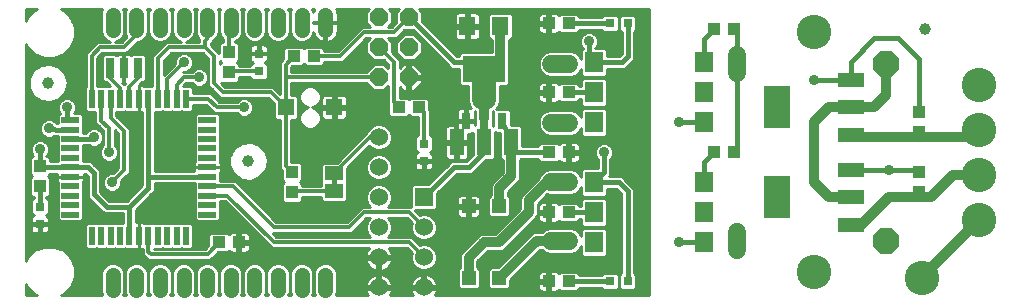
<source format=gtl>
G75*
%MOIN*%
%OFA0B0*%
%FSLAX24Y24*%
%IPPOS*%
%LPD*%
%AMOC8*
5,1,8,0,0,1.08239X$1,22.5*
%
%ADD10C,0.0394*%
%ADD11R,0.0480X0.0880*%
%ADD12R,0.1417X0.0866*%
%ADD13R,0.0315X0.0551*%
%ADD14R,0.0315X0.0748*%
%ADD15C,0.0600*%
%ADD16R,0.0551X0.0630*%
%ADD17R,0.0315X0.0315*%
%ADD18R,0.0433X0.0394*%
%ADD19R,0.0394X0.0433*%
%ADD20R,0.0630X0.0460*%
%ADD21C,0.0160*%
%ADD22OC8,0.0600*%
%ADD23C,0.0515*%
%ADD24R,0.0276X0.0669*%
%ADD25C,0.0600*%
%ADD26R,0.0551X0.0551*%
%ADD27R,0.0472X0.0472*%
%ADD28R,0.0197X0.0591*%
%ADD29R,0.0591X0.0197*%
%ADD30R,0.0880X0.0480*%
%ADD31R,0.0866X0.1417*%
%ADD32R,0.0598X0.0701*%
%ADD33OC8,0.0850*%
%ADD34R,0.0600X0.0600*%
%ADD35C,0.1150*%
%ADD36C,0.0120*%
%ADD37C,0.0356*%
%ADD38C,0.0100*%
%ADD39C,0.0320*%
D10*
X007800Y009096D03*
X001121Y011708D03*
X030350Y013496D03*
D11*
X016560Y009726D03*
X015650Y009726D03*
X014740Y009726D03*
D12*
X015650Y012166D03*
D13*
X015050Y010446D03*
X016250Y010446D03*
D14*
X015650Y010546D03*
D15*
X017900Y010386D02*
X018500Y010386D01*
X015750Y011148D02*
X015550Y011148D01*
X015550Y011984D01*
X015750Y011984D01*
X015750Y011148D01*
X015750Y011747D02*
X015550Y011747D01*
X017900Y012346D02*
X018500Y012346D01*
X024100Y012046D02*
X024100Y012646D01*
X018500Y008406D02*
X017900Y008406D01*
X017900Y006446D02*
X018500Y006446D01*
X024100Y006146D02*
X024100Y006746D01*
D16*
X016201Y013596D03*
X015099Y013596D03*
D17*
X019855Y013696D03*
X020445Y013696D03*
X013650Y009691D03*
X013650Y009101D03*
X008150Y012101D03*
X008150Y012691D03*
X000850Y007591D03*
X000850Y007001D03*
X019855Y005096D03*
X020445Y005096D03*
D18*
X018485Y005096D03*
X017815Y005096D03*
X017815Y007396D03*
X018485Y007396D03*
X018485Y009396D03*
X017815Y009396D03*
X013485Y010896D03*
X012815Y010896D03*
X009985Y012596D03*
X009315Y012596D03*
X017815Y013696D03*
X018485Y013696D03*
X023315Y013496D03*
X023985Y013496D03*
X018485Y011396D03*
X017815Y011396D03*
X023315Y009396D03*
X023985Y009396D03*
X007485Y006396D03*
X006815Y006396D03*
D19*
X009250Y008062D03*
X009250Y008731D03*
X007150Y012062D03*
X007150Y012731D03*
X000850Y008931D03*
X000850Y008262D03*
X030150Y008062D03*
X030150Y008731D03*
X030150Y010062D03*
X030150Y010731D03*
D20*
X010650Y008696D03*
X010650Y008096D03*
D21*
X010650Y008196D02*
X010650Y008596D01*
X013650Y007896D02*
X014650Y008896D01*
X015150Y008896D01*
X015650Y009396D01*
X015650Y009726D01*
X015650Y010546D01*
X016250Y010446D02*
X016560Y009726D01*
X016560Y009396D02*
X017815Y009396D01*
X019321Y008396D02*
X019650Y008725D01*
X019650Y009396D01*
X019321Y008396D02*
X020150Y008396D01*
X020445Y008101D01*
X020445Y005096D01*
X019855Y005096D02*
X018485Y005096D01*
X022150Y006396D02*
X022979Y006396D01*
X019321Y007396D02*
X018485Y007396D01*
X022979Y008396D02*
X022979Y009060D01*
X023315Y009396D01*
X024100Y009512D02*
X024100Y012346D01*
X024100Y013381D01*
X023315Y013496D02*
X022979Y013160D01*
X022979Y012396D01*
X020450Y012596D02*
X020450Y013691D01*
X019855Y013696D02*
X018485Y013696D01*
X019150Y013096D02*
X019150Y012567D01*
X019321Y012396D01*
X020250Y012396D01*
X020450Y012596D01*
X019321Y011396D02*
X018485Y011396D01*
X015650Y012166D02*
X015380Y012166D01*
X015150Y012396D01*
X014650Y012396D01*
X013150Y013896D01*
X004465Y011180D02*
X004465Y008596D01*
X004480Y008581D01*
X006433Y008581D01*
X004465Y008596D02*
X004465Y008205D01*
X003835Y007575D01*
X003071Y007575D01*
X002650Y007996D01*
X002650Y008696D01*
X002450Y008896D01*
X001867Y008896D01*
X000885Y008896D01*
X000850Y008931D01*
X000850Y009496D01*
X001867Y009841D02*
X002595Y009841D01*
X002650Y009896D01*
X001867Y010156D02*
X001410Y010156D01*
X001150Y010196D01*
X001725Y010471D02*
X001867Y010471D01*
X001750Y010471D01*
X001750Y010896D01*
X000850Y008262D02*
X000850Y007591D01*
X003835Y007575D02*
X003835Y006613D01*
X022150Y010396D02*
X022979Y010396D01*
X026650Y011796D02*
X027870Y011796D01*
X027870Y011806D01*
X027870Y012416D01*
X028650Y013196D01*
X029450Y013196D01*
X030150Y012496D01*
X030150Y010731D01*
X027870Y008806D02*
X027860Y008796D01*
X029150Y008796D01*
X030185Y008796D01*
X030150Y008731D01*
D22*
X013150Y011896D03*
X012150Y011896D03*
X012150Y012896D03*
X013150Y012896D03*
X013150Y013896D03*
X012150Y013896D03*
D23*
X010363Y013984D02*
X010363Y013469D01*
X009575Y013469D02*
X009575Y013984D01*
X008788Y013984D02*
X008788Y013469D01*
X008000Y013469D02*
X008000Y013984D01*
X007213Y013984D02*
X007213Y013469D01*
X006426Y013469D02*
X006426Y013984D01*
X005638Y013984D02*
X005638Y013469D01*
X004851Y013469D02*
X004851Y013984D01*
X004063Y013984D02*
X004063Y013469D01*
X003276Y013469D02*
X003276Y013984D01*
X003276Y005323D02*
X003276Y004808D01*
X004063Y004808D02*
X004063Y005323D01*
X004851Y005323D02*
X004851Y004808D01*
X005638Y004808D02*
X005638Y005323D01*
X006426Y005323D02*
X006426Y004808D01*
X007213Y004808D02*
X007213Y005323D01*
X008000Y005323D02*
X008000Y004808D01*
X008788Y004808D02*
X008788Y005323D01*
X009575Y005323D02*
X009575Y004808D01*
X010363Y004808D02*
X010363Y005323D01*
D24*
X004122Y012196D03*
X003650Y012196D03*
X003178Y012196D03*
D25*
X012150Y009896D03*
X012150Y008896D03*
X012150Y007896D03*
X012150Y006896D03*
X013650Y006896D03*
X013650Y005896D03*
X012150Y005896D03*
X012150Y004896D03*
X013650Y004896D03*
D26*
X010657Y010896D03*
X009043Y010896D03*
D27*
X015138Y007597D03*
X016162Y007597D03*
X016162Y005195D03*
X015138Y005195D03*
D28*
X005725Y006613D03*
X005410Y006613D03*
X005095Y006613D03*
X004780Y006613D03*
X004465Y006613D03*
X004150Y006613D03*
X003835Y006613D03*
X003520Y006613D03*
X003205Y006613D03*
X002890Y006613D03*
X002575Y006613D03*
X002575Y011180D03*
X002890Y011180D03*
X003205Y011180D03*
X003520Y011180D03*
X003835Y011180D03*
X004150Y011180D03*
X004465Y011180D03*
X004780Y011180D03*
X005095Y011180D03*
X005410Y011180D03*
X005725Y011180D03*
D29*
X006433Y010471D03*
X006433Y010156D03*
X006433Y009841D03*
X006433Y009526D03*
X006433Y009211D03*
X006433Y008896D03*
X006433Y008581D03*
X006433Y008266D03*
X006433Y007951D03*
X006433Y007636D03*
X006433Y007321D03*
X001867Y007321D03*
X001867Y007636D03*
X001867Y007951D03*
X001867Y008266D03*
X001867Y008581D03*
X001867Y008896D03*
X001867Y009211D03*
X001867Y009526D03*
X001867Y009841D03*
X001867Y010156D03*
X001867Y010471D03*
D30*
X027870Y010896D03*
X027870Y009986D03*
X027870Y008806D03*
X027870Y007896D03*
X027870Y006986D03*
X027870Y011806D03*
D31*
X025430Y010896D03*
X025430Y007896D03*
D32*
X022979Y007396D03*
X022979Y006396D03*
X019321Y006396D03*
X019321Y007396D03*
X019321Y008396D03*
X022979Y008396D03*
X022979Y010396D03*
X022979Y011396D03*
X022979Y012396D03*
X019321Y012396D03*
X019321Y011396D03*
X019321Y010396D03*
D33*
X029050Y012346D03*
X029050Y006446D03*
D34*
X013650Y007896D03*
D35*
X026650Y005396D03*
X030250Y005196D03*
X032150Y007146D03*
X032150Y008646D03*
X032150Y010146D03*
X032150Y011646D03*
X026650Y013396D03*
D36*
X024100Y013381D02*
X023985Y013496D01*
X020450Y013691D02*
X020445Y013696D01*
X015650Y012166D02*
X015650Y011566D01*
X013650Y010731D02*
X013485Y010896D01*
X013650Y010731D02*
X013650Y009691D01*
X012150Y009896D02*
X011850Y009896D01*
X010650Y008696D01*
X010650Y008096D02*
X009185Y008096D01*
X009250Y008062D01*
X009250Y008731D02*
X009043Y008938D01*
X009043Y010896D01*
X008543Y011396D01*
X006950Y011396D01*
X006650Y011696D01*
X006650Y012596D01*
X006350Y012896D01*
X006350Y013096D01*
X006426Y013172D01*
X006426Y013727D01*
X007150Y013664D02*
X007150Y012731D01*
X006350Y012896D02*
X005150Y012896D01*
X004780Y012526D01*
X004780Y011180D01*
X005095Y011180D02*
X005095Y011841D01*
X005650Y012396D01*
X005650Y011896D02*
X005410Y011656D01*
X005410Y011180D01*
X005725Y011180D02*
X006467Y011180D01*
X006750Y010896D01*
X007650Y010896D01*
X009043Y010896D02*
X009043Y011896D01*
X012150Y011896D01*
X012650Y012396D02*
X012150Y012896D01*
X012650Y012396D02*
X012650Y011062D01*
X012815Y010896D01*
X010850Y012596D02*
X009985Y012596D01*
X009315Y012596D02*
X009043Y012324D01*
X009043Y011896D01*
X008150Y012101D02*
X007189Y012101D01*
X007150Y012062D01*
X006150Y011896D02*
X005650Y011896D01*
X004150Y011896D02*
X004150Y012369D01*
X004122Y012196D01*
X004150Y011896D02*
X003835Y011581D01*
X003835Y011180D01*
X003520Y011180D02*
X003520Y011526D01*
X003150Y011896D01*
X003150Y012369D01*
X003178Y012196D01*
X002575Y012621D02*
X002850Y012896D01*
X003650Y012896D01*
X004063Y013310D01*
X004063Y013727D01*
X002575Y012621D02*
X002575Y011180D01*
X002890Y011180D02*
X002890Y010456D01*
X003150Y010196D01*
X003150Y009396D01*
X003650Y008796D02*
X003650Y010096D01*
X003205Y010541D01*
X003205Y011180D01*
X003650Y008796D02*
X003250Y008396D01*
X006433Y008266D02*
X007280Y008266D01*
X008650Y006896D01*
X011150Y006896D01*
X011650Y007396D01*
X013150Y007396D01*
X013650Y006896D01*
X013150Y006396D02*
X008650Y006396D01*
X007095Y007951D01*
X006433Y007951D01*
X004465Y006613D02*
X004465Y006081D01*
X004550Y005996D01*
X006450Y005996D01*
X006515Y006062D01*
X006815Y006396D01*
X013150Y006396D02*
X013650Y005896D01*
X023985Y009396D02*
X024100Y009512D01*
X013150Y013896D02*
X012650Y013396D01*
X011650Y013396D01*
X010850Y012596D01*
X007213Y013727D02*
X007150Y013664D01*
D37*
X004350Y012896D03*
X005650Y012396D03*
X006150Y011896D03*
X007650Y010896D03*
X007950Y010196D03*
X005150Y009496D03*
X004050Y009496D03*
X003150Y009396D03*
X002650Y009896D03*
X001150Y010196D03*
X001750Y010896D03*
X000850Y009496D03*
X003250Y008396D03*
X005150Y007896D03*
X014750Y008196D03*
X015150Y008296D03*
X015550Y008196D03*
X019650Y009396D03*
X022150Y010396D03*
X026650Y011796D03*
X029150Y008796D03*
X022150Y006396D03*
X019150Y013096D03*
X014350Y013596D03*
D38*
X000762Y004626D02*
X000380Y004626D01*
X000380Y005008D01*
X000421Y004909D01*
X000663Y004667D01*
X000762Y004626D01*
X000638Y004692D02*
X000380Y004692D01*
X000380Y004790D02*
X000540Y004790D01*
X000441Y004889D02*
X000380Y004889D01*
X000380Y004987D02*
X000389Y004987D01*
X001538Y004626D02*
X001637Y004667D01*
X001879Y004909D01*
X002010Y005225D01*
X002010Y005567D01*
X001879Y005883D01*
X001637Y006125D01*
X001321Y006256D01*
X000979Y006256D01*
X000663Y006125D01*
X000421Y005883D01*
X000380Y005784D01*
X000380Y013008D01*
X000421Y012909D01*
X000663Y012667D01*
X000979Y012536D01*
X001321Y012536D01*
X001637Y012667D01*
X001879Y012909D01*
X002010Y013225D01*
X002010Y013567D01*
X001879Y013883D01*
X001637Y014125D01*
X001538Y014166D01*
X002932Y014166D01*
X002889Y014061D01*
X002889Y013392D01*
X002947Y013250D01*
X003056Y013141D01*
X003189Y013086D01*
X002771Y013086D01*
X002660Y012975D01*
X002385Y012700D01*
X002385Y011567D01*
X002347Y011529D01*
X002347Y010830D01*
X002423Y010754D01*
X002700Y010754D01*
X002700Y010377D01*
X002811Y010266D01*
X002811Y010266D01*
X002960Y010117D01*
X002960Y009642D01*
X002889Y009571D01*
X002842Y009457D01*
X002842Y009335D01*
X002889Y009222D01*
X002975Y009135D01*
X003089Y009088D01*
X003211Y009088D01*
X003325Y009135D01*
X003411Y009222D01*
X003458Y009335D01*
X003458Y009457D01*
X003411Y009571D01*
X003340Y009642D01*
X003340Y010137D01*
X003460Y010017D01*
X003460Y008875D01*
X003289Y008704D01*
X003189Y008704D01*
X003075Y008657D01*
X002989Y008571D01*
X002942Y008457D01*
X002942Y008335D01*
X002989Y008222D01*
X003075Y008135D01*
X003189Y008088D01*
X003311Y008088D01*
X003425Y008135D01*
X003511Y008222D01*
X003558Y008335D01*
X003558Y008436D01*
X003729Y008606D01*
X003840Y008717D01*
X003840Y010175D01*
X003395Y010620D01*
X003395Y010754D01*
X003672Y010754D01*
X003678Y010760D01*
X003683Y010754D01*
X003977Y010754D01*
X003994Y010745D01*
X004032Y010734D01*
X004150Y010734D01*
X004255Y010734D01*
X004255Y008292D01*
X003748Y007785D01*
X003158Y007785D01*
X002860Y008083D01*
X002860Y008783D01*
X002737Y008906D01*
X002660Y008983D01*
X002660Y008983D01*
X002537Y009106D01*
X002292Y009106D01*
X002292Y009363D01*
X002287Y009369D01*
X002292Y009374D01*
X002292Y009631D01*
X002485Y009631D01*
X002589Y009588D01*
X002711Y009588D01*
X002825Y009635D01*
X002911Y009722D01*
X002958Y009835D01*
X002958Y009957D01*
X002911Y010071D01*
X002825Y010157D01*
X002711Y010204D01*
X002589Y010204D01*
X002475Y010157D01*
X002389Y010071D01*
X002381Y010051D01*
X002292Y010051D01*
X002292Y010308D01*
X002287Y010313D01*
X002292Y010319D01*
X002292Y010623D01*
X002216Y010699D01*
X001989Y010699D01*
X002011Y010722D01*
X002058Y010835D01*
X002058Y010957D01*
X002011Y011071D01*
X001925Y011157D01*
X001811Y011204D01*
X001689Y011204D01*
X001575Y011157D01*
X001489Y011071D01*
X001442Y010957D01*
X001442Y010835D01*
X001489Y010722D01*
X001514Y010696D01*
X001441Y010623D01*
X001441Y010366D01*
X001426Y010366D01*
X001412Y010368D01*
X001411Y010371D01*
X001325Y010457D01*
X001211Y010504D01*
X001089Y010504D01*
X000975Y010457D01*
X000889Y010371D01*
X000842Y010257D01*
X000842Y010135D01*
X000889Y010022D01*
X000975Y009935D01*
X001089Y009888D01*
X001211Y009888D01*
X001325Y009935D01*
X001336Y009946D01*
X001394Y009946D01*
X001441Y009939D01*
X001441Y009689D01*
X001446Y009684D01*
X001441Y009678D01*
X001441Y009374D01*
X001446Y009369D01*
X001441Y009363D01*
X001441Y009106D01*
X001177Y009106D01*
X001177Y009201D01*
X001101Y009277D01*
X001067Y009277D01*
X001111Y009322D01*
X001158Y009435D01*
X001158Y009557D01*
X001111Y009671D01*
X001025Y009757D01*
X000911Y009804D01*
X000789Y009804D01*
X000675Y009757D01*
X000589Y009671D01*
X000542Y009557D01*
X000542Y009435D01*
X000589Y009322D01*
X000633Y009277D01*
X000599Y009277D01*
X000523Y009201D01*
X000523Y008660D01*
X000587Y008596D01*
X000523Y008532D01*
X000523Y007991D01*
X000599Y007915D01*
X000640Y007915D01*
X000640Y007879D01*
X000639Y007879D01*
X000563Y007803D01*
X000563Y007380D01*
X000639Y007304D01*
X000656Y007304D01*
X000635Y007298D01*
X000600Y007278D01*
X000572Y007250D01*
X000553Y007216D01*
X000543Y007178D01*
X000543Y007030D01*
X000821Y007030D01*
X000821Y006972D01*
X000543Y006972D01*
X000543Y006824D01*
X000553Y006785D01*
X000572Y006751D01*
X000600Y006723D01*
X000635Y006704D01*
X000673Y006693D01*
X000821Y006693D01*
X000821Y006972D01*
X000879Y006972D01*
X000879Y007030D01*
X001157Y007030D01*
X001157Y007178D01*
X001147Y007216D01*
X001128Y007250D01*
X001100Y007278D01*
X001065Y007298D01*
X001044Y007304D01*
X001061Y007304D01*
X001137Y007380D01*
X001137Y007803D01*
X001061Y007879D01*
X001060Y007879D01*
X001060Y007915D01*
X001101Y007915D01*
X001177Y007991D01*
X001177Y008532D01*
X001113Y008596D01*
X001177Y008660D01*
X001177Y008686D01*
X001421Y008686D01*
X001421Y008581D01*
X001421Y008463D01*
X001431Y008425D01*
X001441Y008408D01*
X001441Y008114D01*
X001446Y008109D01*
X001441Y008104D01*
X001441Y007799D01*
X001446Y007794D01*
X001441Y007789D01*
X001441Y007484D01*
X001446Y007479D01*
X001441Y007474D01*
X001441Y007169D01*
X001517Y007093D01*
X002216Y007093D01*
X002292Y007169D01*
X002292Y007474D01*
X002287Y007479D01*
X002292Y007484D01*
X002292Y007789D01*
X002287Y007794D01*
X002292Y007799D01*
X002292Y008104D01*
X002287Y008109D01*
X002292Y008114D01*
X002292Y008408D01*
X002302Y008425D01*
X002312Y008463D01*
X002312Y008581D01*
X001867Y008581D01*
X001867Y008581D01*
X002312Y008581D01*
X002312Y008686D01*
X002363Y008686D01*
X002440Y008609D01*
X002440Y007909D01*
X002563Y007786D01*
X002984Y007365D01*
X003625Y007365D01*
X003625Y007038D01*
X003368Y007038D01*
X003363Y007033D01*
X003357Y007038D01*
X003053Y007038D01*
X003048Y007033D01*
X003042Y007038D01*
X002738Y007038D01*
X002733Y007033D01*
X002727Y007038D01*
X002423Y007038D01*
X002347Y006962D01*
X002347Y006264D01*
X002423Y006187D01*
X002727Y006187D01*
X002733Y006193D01*
X002738Y006187D01*
X003042Y006187D01*
X003048Y006193D01*
X003053Y006187D01*
X003357Y006187D01*
X003363Y006193D01*
X003368Y006187D01*
X003672Y006187D01*
X003678Y006193D01*
X003683Y006187D01*
X003977Y006187D01*
X003994Y006178D01*
X004032Y006167D01*
X004150Y006167D01*
X004268Y006167D01*
X004275Y006169D01*
X004275Y006169D01*
X004275Y006002D01*
X004386Y005891D01*
X004471Y005806D01*
X006529Y005806D01*
X006598Y005876D01*
X006604Y005876D01*
X006653Y005931D01*
X006705Y005983D01*
X006705Y005989D01*
X006778Y006069D01*
X007086Y006069D01*
X007139Y006123D01*
X007148Y006107D01*
X007176Y006079D01*
X007210Y006060D01*
X007248Y006049D01*
X007436Y006049D01*
X007436Y006348D01*
X007533Y006348D01*
X007533Y006445D01*
X007436Y006445D01*
X007436Y006743D01*
X007248Y006743D01*
X007210Y006733D01*
X007176Y006713D01*
X007148Y006685D01*
X007139Y006670D01*
X007086Y006723D01*
X006545Y006723D01*
X006469Y006647D01*
X006469Y006294D01*
X006377Y006192D01*
X006371Y006186D01*
X004655Y006186D01*
X004655Y006187D01*
X004932Y006187D01*
X004937Y006193D01*
X004943Y006187D01*
X005247Y006187D01*
X005252Y006193D01*
X005258Y006187D01*
X005562Y006187D01*
X005567Y006193D01*
X005573Y006187D01*
X005877Y006187D01*
X005953Y006264D01*
X005953Y006962D01*
X005877Y007038D01*
X005573Y007038D01*
X005567Y007033D01*
X005562Y007038D01*
X005258Y007038D01*
X005252Y007033D01*
X005247Y007038D01*
X004943Y007038D01*
X004937Y007033D01*
X004932Y007038D01*
X004628Y007038D01*
X004622Y007033D01*
X004617Y007038D01*
X004323Y007038D01*
X004306Y007048D01*
X004268Y007058D01*
X004150Y007058D01*
X004045Y007058D01*
X004045Y007488D01*
X004552Y007995D01*
X004675Y008118D01*
X004675Y008371D01*
X006008Y008371D01*
X006008Y008114D01*
X006013Y008109D01*
X006008Y008104D01*
X006008Y007799D01*
X006013Y007794D01*
X006008Y007789D01*
X006008Y007484D01*
X006013Y007479D01*
X006008Y007474D01*
X006008Y007169D01*
X006084Y007093D01*
X006783Y007093D01*
X006859Y007169D01*
X006859Y007474D01*
X006854Y007479D01*
X006859Y007484D01*
X006859Y007761D01*
X007016Y007761D01*
X008571Y006206D01*
X011824Y006206D01*
X011807Y006189D01*
X011765Y006132D01*
X011733Y006069D01*
X011711Y006002D01*
X011702Y005946D01*
X012100Y005946D01*
X012100Y005846D01*
X012200Y005846D01*
X012200Y005448D01*
X012255Y005457D01*
X012323Y005479D01*
X012386Y005511D01*
X012443Y005553D01*
X012493Y005603D01*
X012535Y005660D01*
X012567Y005723D01*
X012589Y005791D01*
X012598Y005846D01*
X012200Y005846D01*
X012200Y005946D01*
X012598Y005946D01*
X012589Y006002D01*
X012567Y006069D01*
X012535Y006132D01*
X012493Y006189D01*
X012476Y006206D01*
X013071Y006206D01*
X013242Y006035D01*
X013220Y005982D01*
X013220Y005811D01*
X013285Y005653D01*
X013406Y005532D01*
X013564Y005466D01*
X013736Y005466D01*
X013894Y005532D01*
X014015Y005653D01*
X014080Y005811D01*
X014080Y005982D01*
X014015Y006140D01*
X013894Y006261D01*
X013736Y006326D01*
X013564Y006326D01*
X013511Y006304D01*
X013340Y006475D01*
X013229Y006586D01*
X012448Y006586D01*
X012515Y006653D01*
X012580Y006811D01*
X012580Y006982D01*
X012515Y007140D01*
X012448Y007206D01*
X013071Y007206D01*
X013242Y007035D01*
X013220Y006982D01*
X013220Y006811D01*
X013285Y006653D01*
X013406Y006532D01*
X013564Y006466D01*
X013736Y006466D01*
X013894Y006532D01*
X014015Y006653D01*
X014080Y006811D01*
X014080Y006982D01*
X014015Y007140D01*
X013894Y007261D01*
X013736Y007326D01*
X013564Y007326D01*
X013511Y007304D01*
X013349Y007466D01*
X014004Y007466D01*
X014080Y007542D01*
X014080Y008029D01*
X014737Y008686D01*
X015237Y008686D01*
X015707Y009156D01*
X015944Y009156D01*
X016020Y009232D01*
X016020Y010059D01*
X016039Y010041D01*
X016190Y010041D01*
X016190Y009232D01*
X016266Y009156D01*
X016270Y009156D01*
X016270Y008715D01*
X015916Y008361D01*
X015872Y008255D01*
X015872Y007963D01*
X015872Y007963D01*
X015796Y007887D01*
X015796Y007307D01*
X015872Y007231D01*
X016452Y007231D01*
X016528Y007307D01*
X016528Y007887D01*
X016452Y007963D01*
X016452Y007963D01*
X016452Y008077D01*
X016806Y008431D01*
X016850Y008537D01*
X016850Y009156D01*
X016854Y009156D01*
X016884Y009186D01*
X017469Y009186D01*
X017469Y009145D01*
X017545Y009069D01*
X018086Y009069D01*
X018139Y009123D01*
X018148Y009107D01*
X018176Y009079D01*
X018210Y009060D01*
X018248Y009049D01*
X018436Y009049D01*
X018436Y009348D01*
X018533Y009348D01*
X018533Y009445D01*
X018436Y009445D01*
X018436Y009743D01*
X018248Y009743D01*
X018210Y009733D01*
X018176Y009713D01*
X018148Y009685D01*
X018139Y009670D01*
X018086Y009723D01*
X017545Y009723D01*
X017469Y009647D01*
X017469Y009606D01*
X016930Y009606D01*
X016930Y010220D01*
X016854Y010296D01*
X016543Y010296D01*
X016537Y010309D01*
X016537Y010776D01*
X016461Y010852D01*
X016062Y010852D01*
X016115Y010904D01*
X016180Y011062D01*
X016180Y011603D01*
X016413Y011603D01*
X016489Y011679D01*
X016489Y012102D01*
X016491Y012109D01*
X016491Y013151D01*
X016531Y013151D01*
X016607Y013227D01*
X016607Y013965D01*
X016531Y014041D01*
X015872Y014041D01*
X015796Y013965D01*
X015796Y013227D01*
X015872Y013151D01*
X015911Y013151D01*
X015911Y012729D01*
X014887Y012729D01*
X014811Y012653D01*
X014811Y012606D01*
X014737Y012606D01*
X013580Y013763D01*
X013580Y014074D01*
X013488Y014166D01*
X021150Y014166D01*
X021150Y004626D01*
X014010Y004626D01*
X014035Y004660D01*
X014067Y004723D01*
X014089Y004791D01*
X014098Y004846D01*
X013700Y004846D01*
X013700Y004946D01*
X014098Y004946D01*
X014089Y005002D01*
X014067Y005069D01*
X014035Y005132D01*
X013993Y005189D01*
X013943Y005239D01*
X013886Y005281D01*
X013823Y005313D01*
X013755Y005335D01*
X013700Y005344D01*
X013700Y004946D01*
X013600Y004946D01*
X013600Y004846D01*
X013202Y004846D01*
X013211Y004791D01*
X013233Y004723D01*
X013265Y004660D01*
X013290Y004626D01*
X012510Y004626D01*
X012535Y004660D01*
X012567Y004723D01*
X012589Y004791D01*
X012598Y004846D01*
X012200Y004846D01*
X012200Y004946D01*
X012598Y004946D01*
X012589Y005002D01*
X012567Y005069D01*
X012535Y005132D01*
X012493Y005189D01*
X012443Y005239D01*
X012386Y005281D01*
X012323Y005313D01*
X012255Y005335D01*
X012200Y005344D01*
X012200Y004946D01*
X012100Y004946D01*
X012100Y004846D01*
X011702Y004846D01*
X011711Y004791D01*
X011733Y004723D01*
X011765Y004660D01*
X011790Y004626D01*
X010707Y004626D01*
X010750Y004731D01*
X010750Y005400D01*
X010691Y005542D01*
X010582Y005651D01*
X010440Y005710D01*
X010286Y005710D01*
X010143Y005651D01*
X010034Y005542D01*
X009975Y005400D01*
X009975Y004731D01*
X010019Y004626D01*
X009919Y004626D01*
X009963Y004731D01*
X009963Y005400D01*
X009904Y005542D01*
X009795Y005651D01*
X009652Y005710D01*
X009498Y005710D01*
X009356Y005651D01*
X009247Y005542D01*
X009188Y005400D01*
X009188Y004731D01*
X009231Y004626D01*
X009132Y004626D01*
X009175Y004731D01*
X009175Y005400D01*
X009116Y005542D01*
X009007Y005651D01*
X008865Y005710D01*
X008711Y005710D01*
X008568Y005651D01*
X008459Y005542D01*
X008400Y005400D01*
X008400Y004731D01*
X008444Y004626D01*
X008344Y004626D01*
X008388Y004731D01*
X008388Y005400D01*
X008329Y005542D01*
X008220Y005651D01*
X008077Y005710D01*
X007923Y005710D01*
X007781Y005651D01*
X007672Y005542D01*
X007613Y005400D01*
X007613Y004731D01*
X007656Y004626D01*
X007557Y004626D01*
X007600Y004731D01*
X007600Y005400D01*
X007541Y005542D01*
X007432Y005651D01*
X007290Y005710D01*
X007136Y005710D01*
X006994Y005651D01*
X006885Y005542D01*
X006826Y005400D01*
X006826Y004731D01*
X006869Y004626D01*
X006770Y004626D01*
X006813Y004731D01*
X006813Y005400D01*
X006754Y005542D01*
X006645Y005651D01*
X006503Y005710D01*
X006349Y005710D01*
X006206Y005651D01*
X006097Y005542D01*
X006038Y005400D01*
X006038Y004731D01*
X006081Y004626D01*
X005982Y004626D01*
X006026Y004731D01*
X006026Y005400D01*
X005967Y005542D01*
X005858Y005651D01*
X005715Y005710D01*
X005561Y005710D01*
X005419Y005651D01*
X005310Y005542D01*
X005251Y005400D01*
X005251Y004731D01*
X005294Y004626D01*
X005195Y004626D01*
X005238Y004731D01*
X005238Y005400D01*
X005179Y005542D01*
X005070Y005651D01*
X004928Y005710D01*
X004774Y005710D01*
X004631Y005651D01*
X004522Y005542D01*
X004463Y005400D01*
X004463Y004731D01*
X004507Y004626D01*
X004407Y004626D01*
X004451Y004731D01*
X004451Y005400D01*
X004392Y005542D01*
X004283Y005651D01*
X004140Y005710D01*
X003986Y005710D01*
X003844Y005651D01*
X003735Y005542D01*
X003676Y005400D01*
X003676Y004731D01*
X003719Y004626D01*
X003620Y004626D01*
X003663Y004731D01*
X003663Y005400D01*
X003604Y005542D01*
X003495Y005651D01*
X003353Y005710D01*
X003199Y005710D01*
X003056Y005651D01*
X002947Y005542D01*
X002889Y005400D01*
X002889Y004731D01*
X002932Y004626D01*
X001538Y004626D01*
X001662Y004692D02*
X002905Y004692D01*
X002889Y004790D02*
X001760Y004790D01*
X001859Y004889D02*
X002889Y004889D01*
X002889Y004987D02*
X001911Y004987D01*
X001952Y005086D02*
X002889Y005086D01*
X002889Y005184D02*
X001993Y005184D01*
X002010Y005283D02*
X002889Y005283D01*
X002889Y005381D02*
X002010Y005381D01*
X002010Y005480D02*
X002921Y005480D01*
X002983Y005578D02*
X002005Y005578D01*
X001965Y005677D02*
X003117Y005677D01*
X003435Y005677D02*
X003905Y005677D01*
X003771Y005578D02*
X003569Y005578D01*
X003630Y005480D02*
X003709Y005480D01*
X003676Y005381D02*
X003663Y005381D01*
X003663Y005283D02*
X003676Y005283D01*
X003663Y005184D02*
X003676Y005184D01*
X003663Y005086D02*
X003676Y005086D01*
X003663Y004987D02*
X003676Y004987D01*
X003663Y004889D02*
X003676Y004889D01*
X003663Y004790D02*
X003676Y004790D01*
X003692Y004692D02*
X003647Y004692D01*
X004435Y004692D02*
X004480Y004692D01*
X004463Y004790D02*
X004451Y004790D01*
X004451Y004889D02*
X004463Y004889D01*
X004451Y004987D02*
X004463Y004987D01*
X004451Y005086D02*
X004463Y005086D01*
X004451Y005184D02*
X004463Y005184D01*
X004451Y005283D02*
X004463Y005283D01*
X004451Y005381D02*
X004463Y005381D01*
X004496Y005480D02*
X004418Y005480D01*
X004356Y005578D02*
X004558Y005578D01*
X004692Y005677D02*
X004222Y005677D01*
X004404Y005874D02*
X001883Y005874D01*
X001924Y005775D02*
X011716Y005775D01*
X011711Y005791D02*
X011733Y005723D01*
X011765Y005660D01*
X011807Y005603D01*
X011857Y005553D01*
X011914Y005511D01*
X011977Y005479D01*
X012045Y005457D01*
X012100Y005448D01*
X012100Y005846D01*
X011702Y005846D01*
X011711Y005791D01*
X011757Y005677D02*
X010521Y005677D01*
X010655Y005578D02*
X011832Y005578D01*
X011976Y005480D02*
X010717Y005480D01*
X010750Y005381D02*
X014772Y005381D01*
X014772Y005283D02*
X013883Y005283D01*
X013997Y005184D02*
X014772Y005184D01*
X014772Y005086D02*
X014058Y005086D01*
X014091Y004987D02*
X014772Y004987D01*
X014772Y004905D02*
X014848Y004829D01*
X015428Y004829D01*
X015504Y004905D01*
X015504Y005485D01*
X015428Y005562D01*
X015428Y005764D01*
X015770Y006106D01*
X016208Y006106D01*
X016314Y006150D01*
X017314Y007150D01*
X017396Y007232D01*
X017440Y007338D01*
X017440Y007676D01*
X017762Y007998D01*
X017814Y007976D01*
X018586Y007976D01*
X018744Y008042D01*
X018865Y008163D01*
X018892Y008229D01*
X018892Y007992D01*
X018968Y007916D01*
X019674Y007916D01*
X019750Y007992D01*
X019750Y008186D01*
X020063Y008186D01*
X020235Y008014D01*
X020235Y005384D01*
X020234Y005384D01*
X020158Y005307D01*
X020158Y004885D01*
X020234Y004809D01*
X020657Y004809D01*
X020733Y004885D01*
X020733Y005307D01*
X020657Y005384D01*
X020655Y005384D01*
X020655Y008188D01*
X020360Y008483D01*
X020237Y008606D01*
X019828Y008606D01*
X019860Y008638D01*
X019860Y009170D01*
X019911Y009222D01*
X019958Y009335D01*
X019958Y009457D01*
X019911Y009571D01*
X019825Y009657D01*
X019711Y009704D01*
X019589Y009704D01*
X019475Y009657D01*
X019389Y009571D01*
X019342Y009457D01*
X019342Y009335D01*
X019389Y009222D01*
X019440Y009170D01*
X019440Y008877D01*
X018968Y008877D01*
X018892Y008800D01*
X018892Y008583D01*
X018865Y008650D01*
X018744Y008771D01*
X018586Y008836D01*
X017814Y008836D01*
X017656Y008771D01*
X017535Y008650D01*
X017494Y008551D01*
X016904Y007960D01*
X016860Y007854D01*
X016860Y007516D01*
X016030Y006686D01*
X015592Y006686D01*
X015486Y006642D01*
X015404Y006560D01*
X014892Y006049D01*
X014848Y005942D01*
X014848Y005562D01*
X014772Y005485D01*
X014772Y004905D01*
X014789Y004889D02*
X013700Y004889D01*
X013700Y004987D02*
X013600Y004987D01*
X013600Y004946D02*
X013600Y005344D01*
X013545Y005335D01*
X013477Y005313D01*
X013414Y005281D01*
X013357Y005239D01*
X013307Y005189D01*
X013265Y005132D01*
X013233Y005069D01*
X013211Y005002D01*
X013202Y004946D01*
X013600Y004946D01*
X013600Y004889D02*
X012200Y004889D01*
X012200Y004987D02*
X012100Y004987D01*
X012100Y004946D02*
X012100Y005344D01*
X012045Y005335D01*
X011977Y005313D01*
X011914Y005281D01*
X011857Y005239D01*
X011807Y005189D01*
X011765Y005132D01*
X011733Y005069D01*
X011711Y005002D01*
X011702Y004946D01*
X012100Y004946D01*
X012100Y004889D02*
X010750Y004889D01*
X010750Y004987D02*
X011709Y004987D01*
X011742Y005086D02*
X010750Y005086D01*
X010750Y005184D02*
X011803Y005184D01*
X011917Y005283D02*
X010750Y005283D01*
X010070Y005578D02*
X009868Y005578D01*
X009930Y005480D02*
X010008Y005480D01*
X009975Y005381D02*
X009963Y005381D01*
X009963Y005283D02*
X009975Y005283D01*
X009963Y005184D02*
X009975Y005184D01*
X009963Y005086D02*
X009975Y005086D01*
X009963Y004987D02*
X009975Y004987D01*
X009963Y004889D02*
X009975Y004889D01*
X009963Y004790D02*
X009975Y004790D01*
X009991Y004692D02*
X009946Y004692D01*
X009204Y004692D02*
X009159Y004692D01*
X009175Y004790D02*
X009188Y004790D01*
X009175Y004889D02*
X009188Y004889D01*
X009175Y004987D02*
X009188Y004987D01*
X009175Y005086D02*
X009188Y005086D01*
X009175Y005184D02*
X009188Y005184D01*
X009175Y005283D02*
X009188Y005283D01*
X009175Y005381D02*
X009188Y005381D01*
X009221Y005480D02*
X009142Y005480D01*
X009081Y005578D02*
X009282Y005578D01*
X009417Y005677D02*
X008946Y005677D01*
X008629Y005677D02*
X008159Y005677D01*
X008293Y005578D02*
X008495Y005578D01*
X008433Y005480D02*
X008355Y005480D01*
X008388Y005381D02*
X008400Y005381D01*
X008388Y005283D02*
X008400Y005283D01*
X008388Y005184D02*
X008400Y005184D01*
X008388Y005086D02*
X008400Y005086D01*
X008388Y004987D02*
X008400Y004987D01*
X008388Y004889D02*
X008400Y004889D01*
X008388Y004790D02*
X008400Y004790D01*
X008417Y004692D02*
X008372Y004692D01*
X007629Y004692D02*
X007584Y004692D01*
X007600Y004790D02*
X007613Y004790D01*
X007600Y004889D02*
X007613Y004889D01*
X007600Y004987D02*
X007613Y004987D01*
X007600Y005086D02*
X007613Y005086D01*
X007600Y005184D02*
X007613Y005184D01*
X007600Y005283D02*
X007613Y005283D01*
X007600Y005381D02*
X007613Y005381D01*
X007646Y005480D02*
X007567Y005480D01*
X007506Y005578D02*
X007708Y005578D01*
X007842Y005677D02*
X007372Y005677D01*
X007054Y005677D02*
X006584Y005677D01*
X006718Y005578D02*
X006920Y005578D01*
X006859Y005480D02*
X006780Y005480D01*
X006813Y005381D02*
X006826Y005381D01*
X006813Y005283D02*
X006826Y005283D01*
X006813Y005184D02*
X006826Y005184D01*
X006813Y005086D02*
X006826Y005086D01*
X006813Y004987D02*
X006826Y004987D01*
X006813Y004889D02*
X006826Y004889D01*
X006813Y004790D02*
X006826Y004790D01*
X006842Y004692D02*
X006797Y004692D01*
X006054Y004692D02*
X006009Y004692D01*
X006026Y004790D02*
X006038Y004790D01*
X006026Y004889D02*
X006038Y004889D01*
X006026Y004987D02*
X006038Y004987D01*
X006026Y005086D02*
X006038Y005086D01*
X006026Y005184D02*
X006038Y005184D01*
X006026Y005283D02*
X006038Y005283D01*
X006026Y005381D02*
X006038Y005381D01*
X006071Y005480D02*
X005993Y005480D01*
X005931Y005578D02*
X006133Y005578D01*
X006267Y005677D02*
X005797Y005677D01*
X005480Y005677D02*
X005009Y005677D01*
X005144Y005578D02*
X005345Y005578D01*
X005284Y005480D02*
X005205Y005480D01*
X005238Y005381D02*
X005251Y005381D01*
X005238Y005283D02*
X005251Y005283D01*
X005238Y005184D02*
X005251Y005184D01*
X005238Y005086D02*
X005251Y005086D01*
X005238Y004987D02*
X005251Y004987D01*
X005238Y004889D02*
X005251Y004889D01*
X005238Y004790D02*
X005251Y004790D01*
X005267Y004692D02*
X005222Y004692D01*
X006596Y005874D02*
X012100Y005874D01*
X012100Y005775D02*
X012200Y005775D01*
X012200Y005677D02*
X012100Y005677D01*
X012100Y005578D02*
X012200Y005578D01*
X012200Y005480D02*
X012100Y005480D01*
X012324Y005480D02*
X013532Y005480D01*
X013360Y005578D02*
X012468Y005578D01*
X012543Y005677D02*
X013275Y005677D01*
X013235Y005775D02*
X012584Y005775D01*
X012594Y005972D02*
X013220Y005972D01*
X013220Y005874D02*
X012200Y005874D01*
X012566Y006071D02*
X013207Y006071D01*
X013108Y006169D02*
X012508Y006169D01*
X011792Y006169D02*
X007848Y006169D01*
X007851Y006180D02*
X007851Y006348D01*
X007533Y006348D01*
X007533Y006049D01*
X007721Y006049D01*
X007759Y006060D01*
X007793Y006079D01*
X007821Y006107D01*
X007841Y006141D01*
X007851Y006180D01*
X007851Y006268D02*
X008510Y006268D01*
X008411Y006366D02*
X007533Y006366D01*
X007533Y006445D02*
X007851Y006445D01*
X007851Y006613D01*
X007841Y006651D01*
X007821Y006685D01*
X007793Y006713D01*
X007759Y006733D01*
X007721Y006743D01*
X007533Y006743D01*
X007533Y006445D01*
X007533Y006465D02*
X007436Y006465D01*
X007436Y006563D02*
X007533Y006563D01*
X007533Y006662D02*
X007436Y006662D01*
X007835Y006662D02*
X008116Y006662D01*
X008017Y006760D02*
X005953Y006760D01*
X005953Y006662D02*
X006484Y006662D01*
X006469Y006563D02*
X005953Y006563D01*
X005953Y006465D02*
X006469Y006465D01*
X006469Y006366D02*
X005953Y006366D01*
X005953Y006268D02*
X006445Y006268D01*
X006695Y005972D02*
X011706Y005972D01*
X011734Y006071D02*
X007778Y006071D01*
X007533Y006071D02*
X007436Y006071D01*
X007436Y006169D02*
X007533Y006169D01*
X007533Y006268D02*
X007436Y006268D01*
X007851Y006465D02*
X008313Y006465D01*
X008214Y006563D02*
X007851Y006563D01*
X007919Y006859D02*
X005953Y006859D01*
X005953Y006957D02*
X007820Y006957D01*
X007722Y007056D02*
X004277Y007056D01*
X004150Y007056D02*
X004150Y007056D01*
X004150Y007058D02*
X004150Y006613D01*
X004150Y007058D01*
X004150Y006957D02*
X004150Y006957D01*
X004150Y006859D02*
X004150Y006859D01*
X004150Y006760D02*
X004150Y006760D01*
X004150Y006662D02*
X004150Y006662D01*
X004150Y006613D02*
X004150Y006613D01*
X004150Y006167D01*
X004150Y006613D01*
X004150Y006613D01*
X004150Y006563D02*
X004150Y006563D01*
X004150Y006465D02*
X004150Y006465D01*
X004150Y006366D02*
X004150Y006366D01*
X004150Y006268D02*
X004150Y006268D01*
X004150Y006169D02*
X004150Y006169D01*
X004025Y006169D02*
X001531Y006169D01*
X001692Y006071D02*
X004275Y006071D01*
X004305Y005972D02*
X001790Y005972D01*
X002347Y006268D02*
X000380Y006268D01*
X000380Y006366D02*
X002347Y006366D01*
X002347Y006465D02*
X000380Y006465D01*
X000380Y006563D02*
X002347Y006563D01*
X002347Y006662D02*
X000380Y006662D01*
X000380Y006760D02*
X000567Y006760D01*
X000543Y006859D02*
X000380Y006859D01*
X000380Y006957D02*
X000543Y006957D01*
X000543Y007056D02*
X000380Y007056D01*
X000380Y007154D02*
X000543Y007154D01*
X000575Y007253D02*
X000380Y007253D01*
X000380Y007351D02*
X000591Y007351D01*
X000563Y007450D02*
X000380Y007450D01*
X000380Y007548D02*
X000563Y007548D01*
X000563Y007647D02*
X000380Y007647D01*
X000380Y007745D02*
X000563Y007745D01*
X000603Y007844D02*
X000380Y007844D01*
X000380Y007942D02*
X000572Y007942D01*
X000523Y008041D02*
X000380Y008041D01*
X000380Y008139D02*
X000523Y008139D01*
X000523Y008238D02*
X000380Y008238D01*
X000380Y008336D02*
X000523Y008336D01*
X000523Y008435D02*
X000380Y008435D01*
X000380Y008533D02*
X000524Y008533D01*
X000552Y008632D02*
X000380Y008632D01*
X000380Y008730D02*
X000523Y008730D01*
X000523Y008829D02*
X000380Y008829D01*
X000380Y008927D02*
X000523Y008927D01*
X000523Y009026D02*
X000380Y009026D01*
X000380Y009124D02*
X000523Y009124D01*
X000545Y009223D02*
X000380Y009223D01*
X000380Y009321D02*
X000589Y009321D01*
X000548Y009420D02*
X000380Y009420D01*
X000380Y009518D02*
X000542Y009518D01*
X000566Y009617D02*
X000380Y009617D01*
X000380Y009715D02*
X000633Y009715D01*
X000380Y009814D02*
X001441Y009814D01*
X001441Y009912D02*
X001270Y009912D01*
X001030Y009912D02*
X000380Y009912D01*
X000380Y010011D02*
X000900Y010011D01*
X000853Y010109D02*
X000380Y010109D01*
X000380Y010208D02*
X000842Y010208D01*
X000862Y010306D02*
X000380Y010306D01*
X000380Y010405D02*
X000923Y010405D01*
X001086Y010503D02*
X000380Y010503D01*
X000380Y010602D02*
X001441Y010602D01*
X001441Y010503D02*
X001214Y010503D01*
X001377Y010405D02*
X001441Y010405D01*
X001510Y010700D02*
X000380Y010700D01*
X000380Y010799D02*
X001457Y010799D01*
X001442Y010897D02*
X000380Y010897D01*
X000380Y010996D02*
X001458Y010996D01*
X001512Y011094D02*
X001283Y011094D01*
X001200Y011063D02*
X001490Y011173D01*
X001491Y011173D01*
X001697Y011406D01*
X001771Y011708D01*
X001697Y012010D01*
X001491Y012243D01*
X001490Y012243D01*
X001200Y012353D01*
X001200Y012353D01*
X000891Y012316D01*
X000891Y012316D01*
X000635Y012139D01*
X000635Y012139D01*
X000490Y011864D01*
X000490Y011552D01*
X000635Y011277D01*
X000891Y011100D01*
X001200Y011063D01*
X001200Y011063D01*
X000940Y011094D02*
X000380Y011094D01*
X000380Y011193D02*
X000757Y011193D01*
X000635Y011277D02*
X000635Y011277D01*
X000635Y011277D01*
X000627Y011291D02*
X000380Y011291D01*
X000380Y011390D02*
X000576Y011390D01*
X000524Y011488D02*
X000380Y011488D01*
X000380Y011587D02*
X000490Y011587D01*
X000490Y011685D02*
X000380Y011685D01*
X000380Y011784D02*
X000490Y011784D01*
X000500Y011882D02*
X000380Y011882D01*
X000380Y011981D02*
X000552Y011981D01*
X000603Y012079D02*
X000380Y012079D01*
X000380Y012178D02*
X000691Y012178D01*
X000635Y012139D02*
X000635Y012139D01*
X000833Y012276D02*
X000380Y012276D01*
X000380Y012375D02*
X002385Y012375D01*
X002385Y012473D02*
X000380Y012473D01*
X000380Y012572D02*
X000893Y012572D01*
X000660Y012670D02*
X000380Y012670D01*
X000380Y012769D02*
X000561Y012769D01*
X000463Y012867D02*
X000380Y012867D01*
X000380Y012966D02*
X000398Y012966D01*
X001407Y012572D02*
X002385Y012572D01*
X002385Y012670D02*
X001640Y012670D01*
X001739Y012769D02*
X002454Y012769D01*
X002552Y012867D02*
X001837Y012867D01*
X001902Y012966D02*
X002651Y012966D01*
X002749Y013064D02*
X001943Y013064D01*
X001984Y013163D02*
X003035Y013163D01*
X002943Y013261D02*
X002010Y013261D01*
X002010Y013360D02*
X002902Y013360D01*
X002889Y013458D02*
X002010Y013458D01*
X002010Y013557D02*
X002889Y013557D01*
X002889Y013655D02*
X001973Y013655D01*
X001933Y013754D02*
X002889Y013754D01*
X002889Y013852D02*
X001892Y013852D01*
X001812Y013951D02*
X002889Y013951D01*
X002889Y014049D02*
X001713Y014049D01*
X001583Y014148D02*
X002924Y014148D01*
X003620Y014166D02*
X003663Y014061D01*
X003663Y013392D01*
X003604Y013250D01*
X003495Y013141D01*
X003363Y013086D01*
X003571Y013086D01*
X003735Y013250D01*
X003735Y013250D01*
X003676Y013392D01*
X003676Y014061D01*
X003719Y014166D01*
X003620Y014166D01*
X003628Y014148D02*
X003712Y014148D01*
X003676Y014049D02*
X003663Y014049D01*
X003663Y013951D02*
X003676Y013951D01*
X003663Y013852D02*
X003676Y013852D01*
X003663Y013754D02*
X003676Y013754D01*
X003663Y013655D02*
X003676Y013655D01*
X003663Y013557D02*
X003676Y013557D01*
X003663Y013458D02*
X003676Y013458D01*
X003689Y013360D02*
X003650Y013360D01*
X003609Y013261D02*
X003730Y013261D01*
X003648Y013163D02*
X003517Y013163D01*
X003729Y012706D02*
X004104Y013082D01*
X004140Y013082D01*
X004283Y013141D01*
X004392Y013250D01*
X004451Y013392D01*
X004451Y014061D01*
X004407Y014166D01*
X004507Y014166D01*
X004463Y014061D01*
X004463Y013392D01*
X004522Y013250D01*
X004631Y013141D01*
X004774Y013082D01*
X004928Y013082D01*
X005070Y013141D01*
X005179Y013250D01*
X005238Y013392D01*
X005238Y014061D01*
X005195Y014166D01*
X005294Y014166D01*
X005251Y014061D01*
X005251Y013392D01*
X005310Y013250D01*
X005419Y013141D01*
X005551Y013086D01*
X005071Y013086D01*
X004960Y012975D01*
X004590Y012605D01*
X004590Y011605D01*
X004323Y011605D01*
X004306Y011615D01*
X004268Y011625D01*
X004150Y011625D01*
X004147Y011625D01*
X004229Y011706D01*
X004254Y011732D01*
X004314Y011732D01*
X004390Y011808D01*
X004390Y012585D01*
X004314Y012661D01*
X003931Y012661D01*
X003900Y012630D01*
X003880Y012651D01*
X003846Y012671D01*
X003808Y012681D01*
X003669Y012681D01*
X003669Y012215D01*
X003631Y012215D01*
X003631Y012681D01*
X003492Y012681D01*
X003454Y012671D01*
X003420Y012651D01*
X003400Y012630D01*
X003369Y012661D01*
X002986Y012661D01*
X002910Y012585D01*
X002910Y011808D01*
X002986Y011732D01*
X003046Y011732D01*
X003071Y011706D01*
X003173Y011605D01*
X003053Y011605D01*
X003048Y011600D01*
X003042Y011605D01*
X002765Y011605D01*
X002765Y012543D01*
X002929Y012706D01*
X003729Y012706D01*
X003669Y012670D02*
X003631Y012670D01*
X003631Y012572D02*
X003669Y012572D01*
X003669Y012473D02*
X003631Y012473D01*
X003631Y012375D02*
X003669Y012375D01*
X003669Y012276D02*
X003631Y012276D01*
X003631Y012177D02*
X003669Y012177D01*
X003669Y011712D01*
X003697Y011712D01*
X003650Y011665D01*
X003603Y011712D01*
X003631Y011712D01*
X003631Y012177D01*
X003631Y012079D02*
X003669Y012079D01*
X003669Y011981D02*
X003631Y011981D01*
X003631Y011882D02*
X003669Y011882D01*
X003669Y011784D02*
X003631Y011784D01*
X003630Y011685D02*
X003670Y011685D01*
X004150Y011625D02*
X004150Y011180D01*
X004150Y011180D01*
X004150Y011625D01*
X004150Y011587D02*
X004150Y011587D01*
X004150Y011488D02*
X004150Y011488D01*
X004150Y011390D02*
X004150Y011390D01*
X004150Y011291D02*
X004150Y011291D01*
X004150Y011193D02*
X004150Y011193D01*
X004150Y011180D02*
X004150Y010734D01*
X004150Y011180D01*
X004150Y011180D01*
X004150Y011094D02*
X004150Y011094D01*
X004150Y010996D02*
X004150Y010996D01*
X004150Y010897D02*
X004150Y010897D01*
X004150Y010799D02*
X004150Y010799D01*
X004255Y010700D02*
X003395Y010700D01*
X003413Y010602D02*
X004255Y010602D01*
X004255Y010503D02*
X003512Y010503D01*
X003610Y010405D02*
X004255Y010405D01*
X004255Y010306D02*
X003709Y010306D01*
X003807Y010208D02*
X004255Y010208D01*
X004255Y010109D02*
X003840Y010109D01*
X003840Y010011D02*
X004255Y010011D01*
X004255Y009912D02*
X003840Y009912D01*
X003840Y009814D02*
X004255Y009814D01*
X004255Y009715D02*
X003840Y009715D01*
X003840Y009617D02*
X004255Y009617D01*
X004255Y009518D02*
X003840Y009518D01*
X003840Y009420D02*
X004255Y009420D01*
X004255Y009321D02*
X003840Y009321D01*
X003840Y009223D02*
X004255Y009223D01*
X004255Y009124D02*
X003840Y009124D01*
X003840Y009026D02*
X004255Y009026D01*
X004255Y008927D02*
X003840Y008927D01*
X003840Y008829D02*
X004255Y008829D01*
X004255Y008730D02*
X003840Y008730D01*
X003754Y008632D02*
X004255Y008632D01*
X004255Y008533D02*
X003656Y008533D01*
X003558Y008435D02*
X004255Y008435D01*
X004255Y008336D02*
X003558Y008336D01*
X003518Y008238D02*
X004201Y008238D01*
X004102Y008139D02*
X003429Y008139D01*
X003071Y008139D02*
X002860Y008139D01*
X002860Y008238D02*
X002982Y008238D01*
X002942Y008336D02*
X002860Y008336D01*
X002860Y008435D02*
X002942Y008435D01*
X002973Y008533D02*
X002860Y008533D01*
X002860Y008632D02*
X003050Y008632D01*
X002860Y008730D02*
X003315Y008730D01*
X003414Y008829D02*
X002814Y008829D01*
X002737Y008906D02*
X002737Y008906D01*
X002716Y008927D02*
X003460Y008927D01*
X003460Y009026D02*
X002617Y009026D01*
X002888Y009223D02*
X002292Y009223D01*
X002292Y009321D02*
X002848Y009321D01*
X002842Y009420D02*
X002292Y009420D01*
X002292Y009518D02*
X002867Y009518D01*
X002935Y009617D02*
X002780Y009617D01*
X002905Y009715D02*
X002960Y009715D01*
X002949Y009814D02*
X002960Y009814D01*
X002958Y009912D02*
X002960Y009912D01*
X002960Y010011D02*
X002936Y010011D01*
X002960Y010109D02*
X002873Y010109D01*
X002870Y010208D02*
X002292Y010208D01*
X002292Y010306D02*
X002771Y010306D01*
X002700Y010405D02*
X002292Y010405D01*
X002292Y010503D02*
X002700Y010503D01*
X002700Y010602D02*
X002292Y010602D01*
X001990Y010700D02*
X002700Y010700D01*
X002379Y010799D02*
X002043Y010799D01*
X002058Y010897D02*
X002347Y010897D01*
X002347Y010996D02*
X002042Y010996D01*
X001988Y011094D02*
X002347Y011094D01*
X002347Y011193D02*
X001839Y011193D01*
X001661Y011193D02*
X001508Y011193D01*
X001595Y011291D02*
X002347Y011291D01*
X002347Y011390D02*
X001682Y011390D01*
X001697Y011406D02*
X001697Y011406D01*
X001717Y011488D02*
X002347Y011488D01*
X002385Y011587D02*
X001741Y011587D01*
X001766Y011685D02*
X002385Y011685D01*
X002385Y011784D02*
X001753Y011784D01*
X001728Y011882D02*
X002385Y011882D01*
X002385Y011981D02*
X001704Y011981D01*
X001697Y012010D02*
X001697Y012010D01*
X001636Y012079D02*
X002385Y012079D01*
X002385Y012178D02*
X001548Y012178D01*
X001403Y012276D02*
X002385Y012276D01*
X002765Y012276D02*
X002910Y012276D01*
X002910Y012178D02*
X002765Y012178D01*
X002765Y012079D02*
X002910Y012079D01*
X002910Y011981D02*
X002765Y011981D01*
X002765Y011882D02*
X002910Y011882D01*
X002934Y011784D02*
X002765Y011784D01*
X002765Y011685D02*
X003092Y011685D01*
X004208Y011685D02*
X004590Y011685D01*
X004590Y011784D02*
X004366Y011784D01*
X004390Y011882D02*
X004590Y011882D01*
X004590Y011981D02*
X004390Y011981D01*
X004390Y012079D02*
X004590Y012079D01*
X004590Y012178D02*
X004390Y012178D01*
X004390Y012276D02*
X004590Y012276D01*
X004590Y012375D02*
X004390Y012375D01*
X004390Y012473D02*
X004590Y012473D01*
X004590Y012572D02*
X004390Y012572D01*
X004655Y012670D02*
X003846Y012670D01*
X003791Y012769D02*
X004754Y012769D01*
X004852Y012867D02*
X003890Y012867D01*
X003988Y012966D02*
X004951Y012966D01*
X005049Y013064D02*
X004087Y013064D01*
X004305Y013163D02*
X004610Y013163D01*
X004518Y013261D02*
X004397Y013261D01*
X004437Y013360D02*
X004477Y013360D01*
X004463Y013458D02*
X004451Y013458D01*
X004451Y013557D02*
X004463Y013557D01*
X004451Y013655D02*
X004463Y013655D01*
X004451Y013754D02*
X004463Y013754D01*
X004451Y013852D02*
X004463Y013852D01*
X004451Y013951D02*
X004463Y013951D01*
X004451Y014049D02*
X004463Y014049D01*
X004499Y014148D02*
X004415Y014148D01*
X005203Y014148D02*
X005286Y014148D01*
X005251Y014049D02*
X005238Y014049D01*
X005238Y013951D02*
X005251Y013951D01*
X005238Y013852D02*
X005251Y013852D01*
X005238Y013754D02*
X005251Y013754D01*
X005238Y013655D02*
X005251Y013655D01*
X005238Y013557D02*
X005251Y013557D01*
X005238Y013458D02*
X005251Y013458D01*
X005264Y013360D02*
X005225Y013360D01*
X005184Y013261D02*
X005305Y013261D01*
X005397Y013163D02*
X005092Y013163D01*
X005726Y013086D02*
X005858Y013141D01*
X005967Y013250D01*
X006026Y013392D01*
X006026Y014061D01*
X005982Y014166D01*
X006081Y014166D01*
X006038Y014061D01*
X006038Y013392D01*
X006097Y013250D01*
X006166Y013181D01*
X006160Y013175D01*
X006160Y013086D01*
X005726Y013086D01*
X005879Y013163D02*
X006160Y013163D01*
X006092Y013261D02*
X005971Y013261D01*
X006012Y013360D02*
X006052Y013360D01*
X006038Y013458D02*
X006026Y013458D01*
X006026Y013557D02*
X006038Y013557D01*
X006026Y013655D02*
X006038Y013655D01*
X006026Y013754D02*
X006038Y013754D01*
X006026Y013852D02*
X006038Y013852D01*
X006026Y013951D02*
X006038Y013951D01*
X006026Y014049D02*
X006038Y014049D01*
X006074Y014148D02*
X005990Y014148D01*
X006770Y014166D02*
X006813Y014061D01*
X006813Y013392D01*
X006754Y013250D01*
X006645Y013141D01*
X006616Y013129D01*
X006616Y013093D01*
X006540Y013017D01*
X006540Y012975D01*
X006823Y012692D01*
X006823Y013001D01*
X006899Y013077D01*
X006960Y013077D01*
X006960Y013174D01*
X006885Y013250D01*
X006826Y013392D01*
X006826Y014061D01*
X006869Y014166D01*
X006770Y014166D01*
X006777Y014148D02*
X006861Y014148D01*
X006826Y014049D02*
X006813Y014049D01*
X006813Y013951D02*
X006826Y013951D01*
X006813Y013852D02*
X006826Y013852D01*
X006813Y013754D02*
X006826Y013754D01*
X006813Y013655D02*
X006826Y013655D01*
X006813Y013557D02*
X006826Y013557D01*
X006813Y013458D02*
X006826Y013458D01*
X006839Y013360D02*
X006800Y013360D01*
X006759Y013261D02*
X006880Y013261D01*
X006960Y013163D02*
X006667Y013163D01*
X006587Y013064D02*
X006886Y013064D01*
X006823Y012966D02*
X006549Y012966D01*
X006648Y012867D02*
X006823Y012867D01*
X006823Y012769D02*
X006746Y012769D01*
X006460Y012517D02*
X006460Y011617D01*
X006571Y011506D01*
X006760Y011317D01*
X006871Y011206D01*
X008464Y011206D01*
X008637Y011033D01*
X008637Y010567D01*
X008713Y010491D01*
X008853Y010491D01*
X008853Y008859D01*
X008923Y008789D01*
X008923Y008460D01*
X008987Y008396D01*
X008923Y008332D01*
X008923Y007791D01*
X008999Y007715D01*
X009501Y007715D01*
X009577Y007791D01*
X009577Y007906D01*
X010205Y007906D01*
X010205Y007812D01*
X010281Y007736D01*
X011019Y007736D01*
X011095Y007812D01*
X011095Y008380D01*
X011079Y008396D01*
X011095Y008412D01*
X011095Y008872D01*
X011830Y009608D01*
X011906Y009532D01*
X012064Y009466D01*
X012236Y009466D01*
X012394Y009532D01*
X012515Y009653D01*
X012580Y009811D01*
X012580Y009982D01*
X012515Y010140D01*
X012394Y010261D01*
X012236Y010326D01*
X012064Y010326D01*
X011906Y010261D01*
X011785Y010140D01*
X011758Y010072D01*
X011660Y009975D01*
X010741Y009056D01*
X010281Y009056D01*
X010205Y008980D01*
X010205Y008412D01*
X010221Y008396D01*
X010205Y008380D01*
X010205Y008286D01*
X009577Y008286D01*
X009577Y008332D01*
X009513Y008396D01*
X009577Y008460D01*
X009577Y009001D01*
X009501Y009077D01*
X009233Y009077D01*
X009233Y010491D01*
X009372Y010491D01*
X009449Y010567D01*
X009449Y011226D01*
X009372Y011302D01*
X009233Y011302D01*
X009233Y011706D01*
X011732Y011706D01*
X011972Y011466D01*
X012328Y011466D01*
X012460Y011598D01*
X012460Y010983D01*
X012469Y010974D01*
X012469Y010645D01*
X012545Y010569D01*
X013086Y010569D01*
X013150Y010634D01*
X013214Y010569D01*
X013460Y010569D01*
X013460Y009979D01*
X013439Y009979D01*
X013363Y009903D01*
X013363Y009480D01*
X013439Y009404D01*
X013456Y009404D01*
X013435Y009398D01*
X013400Y009378D01*
X013372Y009350D01*
X013353Y009316D01*
X013343Y009278D01*
X013343Y009130D01*
X013621Y009130D01*
X013621Y009072D01*
X013343Y009072D01*
X013343Y008924D01*
X013353Y008885D01*
X013372Y008851D01*
X013400Y008823D01*
X013435Y008804D01*
X013473Y008793D01*
X013621Y008793D01*
X013621Y009072D01*
X013679Y009072D01*
X013679Y009130D01*
X013957Y009130D01*
X013957Y009278D01*
X013947Y009316D01*
X013928Y009350D01*
X013900Y009378D01*
X013865Y009398D01*
X013844Y009404D01*
X013861Y009404D01*
X013937Y009480D01*
X013937Y009903D01*
X013861Y009979D01*
X013840Y009979D01*
X013840Y010809D01*
X013831Y010818D01*
X013831Y011147D01*
X013755Y011223D01*
X013214Y011223D01*
X013150Y011159D01*
X013086Y011223D01*
X012840Y011223D01*
X012840Y011570D01*
X012964Y011446D01*
X013100Y011446D01*
X013100Y011846D01*
X013200Y011846D01*
X013200Y011446D01*
X013336Y011446D01*
X013600Y011710D01*
X013600Y011846D01*
X013200Y011846D01*
X013200Y011946D01*
X013600Y011946D01*
X013600Y012083D01*
X013336Y012346D01*
X013200Y012346D01*
X013200Y011946D01*
X013100Y011946D01*
X013100Y012346D01*
X012964Y012346D01*
X012840Y012223D01*
X012840Y012475D01*
X012580Y012735D01*
X012580Y013074D01*
X012448Y013206D01*
X012729Y013206D01*
X012840Y013317D01*
X012989Y013466D01*
X013283Y013466D01*
X014440Y012309D01*
X014563Y012186D01*
X014811Y012186D01*
X014811Y011679D01*
X014887Y011603D01*
X015120Y011603D01*
X015120Y011062D01*
X015185Y010904D01*
X015218Y010872D01*
X015079Y010872D01*
X015079Y010475D01*
X015357Y010475D01*
X015357Y010741D01*
X015351Y010765D01*
X015360Y010761D01*
X015360Y010488D01*
X015363Y010482D01*
X015363Y010296D01*
X015357Y010296D01*
X015357Y010417D01*
X015079Y010417D01*
X015079Y010475D01*
X015021Y010475D01*
X015021Y010417D01*
X014743Y010417D01*
X014743Y010151D01*
X014753Y010113D01*
X014772Y010078D01*
X014790Y010061D01*
X014790Y009776D01*
X015130Y009776D01*
X015130Y010021D01*
X015227Y010021D01*
X015265Y010031D01*
X015280Y010039D01*
X015280Y009323D01*
X015063Y009106D01*
X014563Y009106D01*
X014440Y008983D01*
X013783Y008326D01*
X013296Y008326D01*
X013220Y008250D01*
X013220Y007586D01*
X012448Y007586D01*
X012515Y007653D01*
X012580Y007811D01*
X012580Y007982D01*
X012515Y008140D01*
X012394Y008261D01*
X012236Y008326D01*
X012064Y008326D01*
X011906Y008261D01*
X011785Y008140D01*
X011720Y007982D01*
X011720Y007811D01*
X011785Y007653D01*
X011852Y007586D01*
X011571Y007586D01*
X011071Y007086D01*
X008729Y007086D01*
X007470Y008345D01*
X007359Y008456D01*
X006859Y008456D01*
X006859Y008723D01*
X006869Y008740D01*
X006879Y008778D01*
X006879Y008896D01*
X006433Y008896D01*
X005988Y008896D01*
X005988Y008791D01*
X004675Y008791D01*
X004675Y010754D01*
X004932Y010754D01*
X004937Y010760D01*
X004943Y010754D01*
X005247Y010754D01*
X005252Y010760D01*
X005258Y010754D01*
X005562Y010754D01*
X005567Y010760D01*
X005573Y010754D01*
X005877Y010754D01*
X005953Y010830D01*
X005953Y010990D01*
X006388Y010990D01*
X006671Y010706D01*
X007404Y010706D01*
X007475Y010635D01*
X007589Y010588D01*
X007711Y010588D01*
X007825Y010635D01*
X007911Y010722D01*
X007958Y010835D01*
X007958Y010957D01*
X007911Y011071D01*
X007825Y011157D01*
X007711Y011204D01*
X007589Y011204D01*
X007475Y011157D01*
X007404Y011086D01*
X006829Y011086D01*
X006657Y011258D01*
X006545Y011370D01*
X005953Y011370D01*
X005953Y011529D01*
X005877Y011605D01*
X005627Y011605D01*
X005729Y011706D01*
X005904Y011706D01*
X005975Y011635D01*
X006089Y011588D01*
X006211Y011588D01*
X006325Y011635D01*
X006411Y011722D01*
X006458Y011835D01*
X006458Y011957D01*
X006411Y012071D01*
X006325Y012157D01*
X006211Y012204D01*
X006089Y012204D01*
X005975Y012157D01*
X005904Y012086D01*
X005609Y012086D01*
X005611Y012088D01*
X005711Y012088D01*
X005825Y012135D01*
X005911Y012222D01*
X005958Y012335D01*
X005958Y012457D01*
X005911Y012571D01*
X005825Y012657D01*
X005711Y012704D01*
X005589Y012704D01*
X005475Y012657D01*
X005389Y012571D01*
X005342Y012457D01*
X005342Y012357D01*
X004970Y011985D01*
X004970Y012447D01*
X005229Y012706D01*
X006271Y012706D01*
X006460Y012517D01*
X006460Y012473D02*
X005952Y012473D01*
X005958Y012375D02*
X006460Y012375D01*
X006460Y012276D02*
X005934Y012276D01*
X005867Y012178D02*
X006025Y012178D01*
X006275Y012178D02*
X006460Y012178D01*
X006460Y012079D02*
X006403Y012079D01*
X006448Y011981D02*
X006460Y011981D01*
X006458Y011882D02*
X006460Y011882D01*
X006460Y011784D02*
X006437Y011784D01*
X006460Y011685D02*
X006375Y011685D01*
X006491Y011587D02*
X005895Y011587D01*
X005925Y011685D02*
X005708Y011685D01*
X005953Y011488D02*
X006589Y011488D01*
X006688Y011390D02*
X005953Y011390D01*
X006624Y011291D02*
X006786Y011291D01*
X006760Y011317D02*
X006760Y011317D01*
X006722Y011193D02*
X007561Y011193D01*
X007739Y011193D02*
X008478Y011193D01*
X008576Y011094D02*
X007888Y011094D01*
X007942Y010996D02*
X008637Y010996D01*
X008637Y010897D02*
X007958Y010897D01*
X007943Y010799D02*
X008637Y010799D01*
X008637Y010700D02*
X007890Y010700D01*
X007744Y010602D02*
X008637Y010602D01*
X008701Y010503D02*
X006859Y010503D01*
X006859Y010405D02*
X008853Y010405D01*
X008853Y010306D02*
X006859Y010306D01*
X006859Y010308D02*
X006854Y010313D01*
X006859Y010319D01*
X006859Y010623D01*
X006783Y010699D01*
X006084Y010699D01*
X006008Y010623D01*
X006008Y010319D01*
X006013Y010313D01*
X006008Y010308D01*
X006008Y010004D01*
X006013Y009999D01*
X006008Y009993D01*
X006008Y009689D01*
X006013Y009684D01*
X006008Y009678D01*
X006008Y009374D01*
X006013Y009369D01*
X006008Y009363D01*
X006008Y009069D01*
X005998Y009052D01*
X005988Y009014D01*
X005988Y008896D01*
X006433Y008896D01*
X006433Y008896D01*
X006433Y008896D01*
X006879Y008896D01*
X006879Y009014D01*
X006869Y009052D01*
X006859Y009069D01*
X006859Y009363D01*
X006854Y009369D01*
X006859Y009374D01*
X006859Y009678D01*
X006854Y009684D01*
X006859Y009689D01*
X006859Y009993D01*
X006854Y009999D01*
X006859Y010004D01*
X006859Y010308D01*
X006859Y010208D02*
X008853Y010208D01*
X008853Y010109D02*
X006859Y010109D01*
X006859Y010011D02*
X008853Y010011D01*
X008853Y009912D02*
X006859Y009912D01*
X006859Y009814D02*
X008853Y009814D01*
X008853Y009715D02*
X007948Y009715D01*
X007878Y009741D02*
X007570Y009704D01*
X007313Y009527D01*
X007169Y009252D01*
X007169Y008941D01*
X007313Y008665D01*
X007313Y008665D01*
X007313Y008665D01*
X007570Y008488D01*
X007878Y008451D01*
X007878Y008451D01*
X008169Y008561D01*
X008169Y008561D01*
X008376Y008794D01*
X008450Y009096D01*
X008376Y009398D01*
X008169Y009631D01*
X007878Y009741D01*
X007878Y009741D01*
X007662Y009715D02*
X006859Y009715D01*
X006859Y009617D02*
X007443Y009617D01*
X007313Y009527D02*
X007313Y009527D01*
X007309Y009518D02*
X006859Y009518D01*
X006859Y009420D02*
X007257Y009420D01*
X007205Y009321D02*
X006859Y009321D01*
X006859Y009223D02*
X007169Y009223D01*
X007169Y009252D02*
X007169Y009252D01*
X007169Y009124D02*
X006859Y009124D01*
X006876Y009026D02*
X007169Y009026D01*
X007176Y008927D02*
X006879Y008927D01*
X006879Y008829D02*
X007228Y008829D01*
X007279Y008730D02*
X006863Y008730D01*
X006859Y008632D02*
X007362Y008632D01*
X007505Y008533D02*
X006859Y008533D01*
X007380Y008435D02*
X008949Y008435D01*
X008927Y008336D02*
X007479Y008336D01*
X007577Y008238D02*
X008923Y008238D01*
X008923Y008139D02*
X007676Y008139D01*
X007774Y008041D02*
X008923Y008041D01*
X008923Y007942D02*
X007873Y007942D01*
X007971Y007844D02*
X008923Y007844D01*
X008969Y007745D02*
X008070Y007745D01*
X008168Y007647D02*
X011791Y007647D01*
X011747Y007745D02*
X011028Y007745D01*
X011095Y007844D02*
X011720Y007844D01*
X011720Y007942D02*
X011095Y007942D01*
X011095Y008041D02*
X011744Y008041D01*
X011785Y008139D02*
X011095Y008139D01*
X011095Y008238D02*
X011883Y008238D01*
X012064Y008466D02*
X012236Y008466D01*
X012394Y008532D01*
X012515Y008653D01*
X012580Y008811D01*
X012580Y008982D01*
X012515Y009140D01*
X012394Y009261D01*
X012236Y009326D01*
X012064Y009326D01*
X011906Y009261D01*
X011785Y009140D01*
X011720Y008982D01*
X011720Y008811D01*
X011785Y008653D01*
X011906Y008532D01*
X012064Y008466D01*
X011905Y008533D02*
X011095Y008533D01*
X011095Y008435D02*
X013892Y008435D01*
X013990Y008533D02*
X012395Y008533D01*
X012494Y008632D02*
X014089Y008632D01*
X014187Y008730D02*
X012547Y008730D01*
X012580Y008829D02*
X013395Y008829D01*
X013343Y008927D02*
X012580Y008927D01*
X012562Y009026D02*
X013343Y009026D01*
X013343Y009223D02*
X012432Y009223D01*
X012521Y009124D02*
X013621Y009124D01*
X013679Y009124D02*
X015081Y009124D01*
X015072Y009166D02*
X015100Y009194D01*
X015120Y009228D01*
X015130Y009266D01*
X015130Y009676D01*
X014790Y009676D01*
X014790Y009136D01*
X015000Y009136D01*
X015038Y009146D01*
X015072Y009166D01*
X015117Y009223D02*
X015180Y009223D01*
X015130Y009321D02*
X015278Y009321D01*
X015280Y009420D02*
X015130Y009420D01*
X015130Y009518D02*
X015280Y009518D01*
X015280Y009617D02*
X015130Y009617D01*
X015280Y009715D02*
X014790Y009715D01*
X014790Y009676D02*
X014790Y009776D01*
X014690Y009776D01*
X014690Y009676D01*
X014790Y009676D01*
X014790Y009617D02*
X014690Y009617D01*
X014690Y009676D02*
X014690Y009136D01*
X014480Y009136D01*
X014442Y009146D01*
X014408Y009166D01*
X014380Y009194D01*
X014360Y009228D01*
X014350Y009266D01*
X014350Y009676D01*
X014690Y009676D01*
X014690Y009715D02*
X013937Y009715D01*
X013937Y009617D02*
X014350Y009617D01*
X014350Y009518D02*
X013937Y009518D01*
X013877Y009420D02*
X014350Y009420D01*
X014350Y009321D02*
X013944Y009321D01*
X013957Y009223D02*
X014363Y009223D01*
X014483Y009026D02*
X013957Y009026D01*
X013957Y009072D02*
X013679Y009072D01*
X013679Y008793D01*
X013827Y008793D01*
X013865Y008804D01*
X013900Y008823D01*
X013928Y008851D01*
X013947Y008885D01*
X013957Y008924D01*
X013957Y009072D01*
X013957Y008927D02*
X014384Y008927D01*
X014286Y008829D02*
X013905Y008829D01*
X013679Y008829D02*
X013621Y008829D01*
X013621Y008927D02*
X013679Y008927D01*
X013679Y009026D02*
X013621Y009026D01*
X013356Y009321D02*
X012248Y009321D01*
X012052Y009321D02*
X011544Y009321D01*
X011642Y009420D02*
X013423Y009420D01*
X013363Y009518D02*
X012361Y009518D01*
X012479Y009617D02*
X013363Y009617D01*
X013363Y009715D02*
X012540Y009715D01*
X012580Y009814D02*
X013363Y009814D01*
X013372Y009912D02*
X012580Y009912D01*
X012568Y010011D02*
X013460Y010011D01*
X013460Y010109D02*
X012527Y010109D01*
X012447Y010208D02*
X013460Y010208D01*
X013460Y010306D02*
X012284Y010306D01*
X012016Y010306D02*
X010121Y010306D01*
X010153Y010339D02*
X010053Y010238D01*
X009921Y010184D01*
X009779Y010184D01*
X009647Y010238D01*
X009547Y010339D01*
X009492Y010471D01*
X009492Y010613D01*
X009547Y010745D01*
X009647Y010845D01*
X009770Y010896D01*
X009647Y010947D01*
X009547Y011048D01*
X009492Y011179D01*
X009492Y011322D01*
X009547Y011453D01*
X009647Y011554D01*
X009779Y011608D01*
X009921Y011608D01*
X010053Y011554D01*
X010153Y011453D01*
X010208Y011322D01*
X010208Y011179D01*
X010153Y011048D01*
X010053Y010947D01*
X009930Y010896D01*
X010053Y010845D01*
X010153Y010745D01*
X010208Y010613D01*
X010208Y010471D01*
X010153Y010339D01*
X010181Y010405D02*
X013460Y010405D01*
X013460Y010503D02*
X011027Y010503D01*
X011025Y010501D02*
X011053Y010528D01*
X011072Y010563D01*
X011083Y010601D01*
X011083Y010846D01*
X010707Y010846D01*
X010707Y010471D01*
X010952Y010471D01*
X010991Y010481D01*
X011025Y010501D01*
X011083Y010602D02*
X012513Y010602D01*
X012469Y010700D02*
X011083Y010700D01*
X011083Y010799D02*
X012469Y010799D01*
X012469Y010897D02*
X010707Y010897D01*
X010707Y010946D02*
X010707Y010846D01*
X010607Y010846D01*
X010607Y010471D01*
X010362Y010471D01*
X010324Y010481D01*
X010289Y010501D01*
X010261Y010528D01*
X010242Y010563D01*
X010231Y010601D01*
X010231Y010846D01*
X010607Y010846D01*
X010607Y010946D01*
X010231Y010946D01*
X010231Y011191D01*
X010242Y011230D01*
X010261Y011264D01*
X010289Y011292D01*
X010324Y011312D01*
X010362Y011322D01*
X010607Y011322D01*
X010607Y010946D01*
X010707Y010946D01*
X011083Y010946D01*
X011083Y011191D01*
X011072Y011230D01*
X011053Y011264D01*
X011025Y011292D01*
X010991Y011312D01*
X010952Y011322D01*
X010707Y011322D01*
X010707Y010946D01*
X010707Y010996D02*
X010607Y010996D01*
X010607Y011094D02*
X010707Y011094D01*
X010707Y011193D02*
X010607Y011193D01*
X010607Y011291D02*
X010707Y011291D01*
X011025Y011291D02*
X012460Y011291D01*
X012460Y011193D02*
X011082Y011193D01*
X011083Y011094D02*
X012460Y011094D01*
X012460Y010996D02*
X011083Y010996D01*
X010707Y010799D02*
X010607Y010799D01*
X010607Y010897D02*
X009932Y010897D01*
X009768Y010897D02*
X009449Y010897D01*
X009449Y010799D02*
X009601Y010799D01*
X009528Y010700D02*
X009449Y010700D01*
X009449Y010602D02*
X009492Y010602D01*
X009492Y010503D02*
X009385Y010503D01*
X009519Y010405D02*
X009233Y010405D01*
X009233Y010306D02*
X009579Y010306D01*
X009721Y010208D02*
X009233Y010208D01*
X009233Y010109D02*
X011773Y010109D01*
X011696Y010011D02*
X009233Y010011D01*
X009233Y009912D02*
X011597Y009912D01*
X011499Y009814D02*
X009233Y009814D01*
X009233Y009715D02*
X011400Y009715D01*
X011302Y009617D02*
X009233Y009617D01*
X009233Y009518D02*
X011203Y009518D01*
X011105Y009420D02*
X009233Y009420D01*
X009233Y009321D02*
X011006Y009321D01*
X010908Y009223D02*
X009233Y009223D01*
X009233Y009124D02*
X010809Y009124D01*
X010251Y009026D02*
X009552Y009026D01*
X009577Y008927D02*
X010205Y008927D01*
X010205Y008829D02*
X009577Y008829D01*
X009577Y008730D02*
X010205Y008730D01*
X010205Y008632D02*
X009577Y008632D01*
X009577Y008533D02*
X010205Y008533D01*
X010205Y008435D02*
X009551Y008435D01*
X009573Y008336D02*
X010205Y008336D01*
X011095Y008336D02*
X013793Y008336D01*
X014190Y008139D02*
X015872Y008139D01*
X015872Y008041D02*
X014091Y008041D01*
X014080Y007942D02*
X014799Y007942D01*
X014810Y007953D02*
X014782Y007925D01*
X014762Y007891D01*
X014752Y007853D01*
X014752Y007647D01*
X015088Y007647D01*
X015088Y007547D01*
X014752Y007547D01*
X014752Y007341D01*
X014762Y007303D01*
X014782Y007269D01*
X014810Y007241D01*
X014844Y007221D01*
X014882Y007211D01*
X015088Y007211D01*
X015088Y007547D01*
X015188Y007547D01*
X015188Y007211D01*
X015394Y007211D01*
X015432Y007221D01*
X015467Y007241D01*
X015494Y007269D01*
X015514Y007303D01*
X015524Y007341D01*
X015524Y007547D01*
X015188Y007547D01*
X015188Y007647D01*
X015088Y007647D01*
X015088Y007983D01*
X014882Y007983D01*
X014844Y007973D01*
X014810Y007953D01*
X014752Y007844D02*
X014080Y007844D01*
X014080Y007745D02*
X014752Y007745D01*
X015088Y007745D02*
X015188Y007745D01*
X015188Y007647D02*
X015188Y007983D01*
X015394Y007983D01*
X015432Y007973D01*
X015467Y007953D01*
X015494Y007925D01*
X015514Y007891D01*
X015524Y007853D01*
X015524Y007647D01*
X015188Y007647D01*
X015796Y007647D01*
X015796Y007745D02*
X015524Y007745D01*
X015524Y007844D02*
X015796Y007844D01*
X015851Y007942D02*
X015478Y007942D01*
X015188Y007942D02*
X015088Y007942D01*
X015088Y007844D02*
X015188Y007844D01*
X015088Y007647D02*
X014080Y007647D01*
X014080Y007548D02*
X015088Y007548D01*
X015088Y007450D02*
X015188Y007450D01*
X015188Y007548D02*
X015796Y007548D01*
X015796Y007450D02*
X015524Y007450D01*
X015524Y007351D02*
X015796Y007351D01*
X015850Y007253D02*
X015478Y007253D01*
X015188Y007253D02*
X015088Y007253D01*
X015088Y007351D02*
X015188Y007351D01*
X014798Y007253D02*
X013902Y007253D01*
X014000Y007154D02*
X016498Y007154D01*
X016474Y007253D02*
X016596Y007253D01*
X016528Y007351D02*
X016695Y007351D01*
X016793Y007450D02*
X016528Y007450D01*
X016528Y007548D02*
X016860Y007548D01*
X016860Y007647D02*
X016528Y007647D01*
X016528Y007745D02*
X016860Y007745D01*
X016860Y007844D02*
X016528Y007844D01*
X016473Y007942D02*
X016897Y007942D01*
X016984Y008041D02*
X016452Y008041D01*
X016514Y008139D02*
X017083Y008139D01*
X017181Y008238D02*
X016613Y008238D01*
X016711Y008336D02*
X017280Y008336D01*
X017378Y008435D02*
X016807Y008435D01*
X016848Y008533D02*
X017477Y008533D01*
X017528Y008632D02*
X016850Y008632D01*
X016850Y008730D02*
X017616Y008730D01*
X017796Y008829D02*
X016850Y008829D01*
X016850Y008927D02*
X019440Y008927D01*
X019440Y009026D02*
X016850Y009026D01*
X016850Y009124D02*
X017490Y009124D01*
X017469Y009617D02*
X016930Y009617D01*
X016930Y009715D02*
X017537Y009715D01*
X017656Y010022D02*
X017814Y009956D01*
X018586Y009956D01*
X018744Y010022D01*
X018865Y010143D01*
X018892Y010209D01*
X018892Y009992D01*
X018968Y009916D01*
X019674Y009916D01*
X019750Y009992D01*
X019750Y010800D01*
X019674Y010877D01*
X018968Y010877D01*
X018892Y010800D01*
X018892Y010563D01*
X018865Y010630D01*
X018744Y010751D01*
X018586Y010816D01*
X017814Y010816D01*
X017656Y010751D01*
X017535Y010630D01*
X017470Y010472D01*
X017470Y010301D01*
X017535Y010143D01*
X017656Y010022D01*
X017683Y010011D02*
X016930Y010011D01*
X016930Y010109D02*
X017569Y010109D01*
X017509Y010208D02*
X016930Y010208D01*
X016539Y010306D02*
X017470Y010306D01*
X017470Y010405D02*
X016537Y010405D01*
X016537Y010503D02*
X017483Y010503D01*
X017524Y010602D02*
X016537Y010602D01*
X016537Y010700D02*
X017606Y010700D01*
X017772Y010799D02*
X016514Y010799D01*
X016152Y010996D02*
X018892Y010996D01*
X018892Y010992D02*
X018968Y010916D01*
X019674Y010916D01*
X019750Y010992D01*
X019750Y011800D01*
X019674Y011877D01*
X018968Y011877D01*
X018892Y011800D01*
X018892Y011606D01*
X018831Y011606D01*
X018831Y011647D01*
X018755Y011723D01*
X018214Y011723D01*
X018161Y011670D01*
X018152Y011685D01*
X018124Y011713D01*
X018090Y011733D01*
X018052Y011743D01*
X017864Y011743D01*
X017864Y011445D01*
X017767Y011445D01*
X017767Y011743D01*
X017579Y011743D01*
X017541Y011733D01*
X017507Y011713D01*
X017479Y011685D01*
X016489Y011685D01*
X016489Y011784D02*
X018892Y011784D01*
X018892Y011685D02*
X018793Y011685D01*
X018968Y011916D02*
X019674Y011916D01*
X019750Y011992D01*
X019750Y012186D01*
X020337Y012186D01*
X020537Y012386D01*
X020660Y012509D01*
X020660Y013412D01*
X020733Y013485D01*
X020733Y013907D01*
X020657Y013984D01*
X020234Y013984D01*
X020158Y013907D01*
X020158Y013485D01*
X020234Y013409D01*
X020240Y013409D01*
X020240Y012683D01*
X020163Y012606D01*
X019750Y012606D01*
X019750Y012800D01*
X019674Y012877D01*
X019366Y012877D01*
X019411Y012922D01*
X019458Y013035D01*
X019458Y013157D01*
X019411Y013271D01*
X019325Y013357D01*
X019211Y013404D01*
X019089Y013404D01*
X018975Y013357D01*
X018889Y013271D01*
X018842Y013157D01*
X018842Y013035D01*
X018889Y012922D01*
X018940Y012870D01*
X018940Y012848D01*
X018892Y012800D01*
X018892Y012523D01*
X018865Y012590D01*
X018744Y012711D01*
X018586Y012776D01*
X017814Y012776D01*
X017656Y012711D01*
X017535Y012590D01*
X017470Y012432D01*
X017470Y012261D01*
X017535Y012103D01*
X017656Y011982D01*
X017814Y011916D01*
X018586Y011916D01*
X018744Y011982D01*
X018865Y012103D01*
X018892Y012169D01*
X018892Y011992D01*
X018968Y011916D01*
X018903Y011981D02*
X018741Y011981D01*
X018841Y012079D02*
X018892Y012079D01*
X018872Y012572D02*
X018892Y012572D01*
X018892Y012670D02*
X018784Y012670D01*
X018892Y012769D02*
X018604Y012769D01*
X018871Y012966D02*
X016491Y012966D01*
X016491Y013064D02*
X018842Y013064D01*
X018844Y013163D02*
X016542Y013163D01*
X016607Y013261D02*
X018885Y013261D01*
X018981Y013360D02*
X018090Y013360D01*
X018124Y013379D01*
X018152Y013407D01*
X018161Y013423D01*
X018214Y013369D01*
X018755Y013369D01*
X018831Y013445D01*
X018831Y013486D01*
X019567Y013486D01*
X019567Y013485D01*
X019643Y013409D01*
X020066Y013409D01*
X020142Y013485D01*
X020142Y013907D01*
X020066Y013984D01*
X019643Y013984D01*
X019567Y013907D01*
X019567Y013906D01*
X018831Y013906D01*
X018831Y013947D01*
X018755Y014023D01*
X018214Y014023D01*
X018161Y013970D01*
X018152Y013985D01*
X018124Y014013D01*
X018090Y014033D01*
X018052Y014043D01*
X017864Y014043D01*
X017864Y013745D01*
X017767Y013745D01*
X017767Y014043D01*
X017579Y014043D01*
X017541Y014033D01*
X017507Y014013D01*
X017479Y013985D01*
X017459Y013951D01*
X017449Y013913D01*
X017449Y013745D01*
X017767Y013745D01*
X017767Y013648D01*
X017449Y013648D01*
X017449Y013480D01*
X017459Y013441D01*
X017479Y013407D01*
X017507Y013379D01*
X017541Y013360D01*
X016607Y013360D01*
X016607Y013458D02*
X017455Y013458D01*
X017449Y013557D02*
X016607Y013557D01*
X016607Y013655D02*
X017767Y013655D01*
X017767Y013648D02*
X017864Y013648D01*
X017864Y013349D01*
X018052Y013349D01*
X018090Y013360D01*
X017864Y013360D02*
X017767Y013360D01*
X017767Y013349D02*
X017767Y013648D01*
X017767Y013557D02*
X017864Y013557D01*
X017864Y013458D02*
X017767Y013458D01*
X017767Y013349D02*
X017579Y013349D01*
X017541Y013360D01*
X017449Y013754D02*
X016607Y013754D01*
X016607Y013852D02*
X017449Y013852D01*
X017459Y013951D02*
X016607Y013951D01*
X015796Y013951D02*
X015519Y013951D01*
X015514Y013969D02*
X015524Y013931D01*
X015524Y013646D01*
X015149Y013646D01*
X015149Y013546D01*
X015524Y013546D01*
X015524Y013261D01*
X015796Y013261D01*
X015796Y013360D02*
X015524Y013360D01*
X015524Y013458D02*
X015796Y013458D01*
X015796Y013557D02*
X015149Y013557D01*
X015149Y013546D02*
X015149Y013131D01*
X015394Y013131D01*
X015432Y013141D01*
X015467Y013161D01*
X015494Y013189D01*
X015514Y013223D01*
X015524Y013261D01*
X015468Y013163D02*
X015860Y013163D01*
X015911Y013064D02*
X014279Y013064D01*
X014377Y012966D02*
X015911Y012966D01*
X015911Y012867D02*
X014476Y012867D01*
X014574Y012769D02*
X015911Y012769D01*
X016491Y012769D02*
X017796Y012769D01*
X017616Y012670D02*
X016491Y012670D01*
X016491Y012572D02*
X017528Y012572D01*
X017487Y012473D02*
X016491Y012473D01*
X016491Y012375D02*
X017470Y012375D01*
X017470Y012276D02*
X016491Y012276D01*
X016491Y012178D02*
X017504Y012178D01*
X017559Y012079D02*
X016489Y012079D01*
X016489Y011981D02*
X017659Y011981D01*
X017767Y011685D02*
X017864Y011685D01*
X017864Y011587D02*
X017767Y011587D01*
X017767Y011488D02*
X017864Y011488D01*
X017767Y011445D02*
X017767Y011348D01*
X017449Y011348D01*
X017449Y011180D01*
X017459Y011141D01*
X017479Y011107D01*
X017507Y011079D01*
X017541Y011060D01*
X017579Y011049D01*
X017767Y011049D01*
X017767Y011348D01*
X017864Y011348D01*
X017864Y011049D01*
X018052Y011049D01*
X018090Y011060D01*
X018124Y011079D01*
X018152Y011107D01*
X018161Y011123D01*
X018214Y011069D01*
X018755Y011069D01*
X018831Y011145D01*
X018831Y011186D01*
X018892Y011186D01*
X018892Y010992D01*
X018892Y011094D02*
X018780Y011094D01*
X018892Y010799D02*
X018628Y010799D01*
X018794Y010700D02*
X018892Y010700D01*
X018892Y010602D02*
X018876Y010602D01*
X018891Y010208D02*
X018892Y010208D01*
X018892Y010109D02*
X018831Y010109D01*
X018892Y010011D02*
X018717Y010011D01*
X018721Y009743D02*
X018533Y009743D01*
X018533Y009445D01*
X018851Y009445D01*
X018851Y009613D01*
X018841Y009651D01*
X018821Y009685D01*
X018793Y009713D01*
X018759Y009733D01*
X018721Y009743D01*
X018790Y009715D02*
X021150Y009715D01*
X021150Y009617D02*
X019865Y009617D01*
X019933Y009518D02*
X021150Y009518D01*
X021150Y009420D02*
X019958Y009420D01*
X019952Y009321D02*
X021150Y009321D01*
X021150Y009223D02*
X019912Y009223D01*
X019860Y009124D02*
X021150Y009124D01*
X021150Y009026D02*
X019860Y009026D01*
X019860Y008927D02*
X021150Y008927D01*
X021150Y008829D02*
X019860Y008829D01*
X019860Y008730D02*
X021150Y008730D01*
X021150Y008632D02*
X019854Y008632D01*
X020310Y008533D02*
X021150Y008533D01*
X021150Y008435D02*
X020408Y008435D01*
X020507Y008336D02*
X021150Y008336D01*
X021150Y008238D02*
X020605Y008238D01*
X020655Y008139D02*
X021150Y008139D01*
X021150Y008041D02*
X020655Y008041D01*
X020655Y007942D02*
X021150Y007942D01*
X021150Y007844D02*
X020655Y007844D01*
X020655Y007745D02*
X021150Y007745D01*
X021150Y007647D02*
X020655Y007647D01*
X020655Y007548D02*
X021150Y007548D01*
X021150Y007450D02*
X020655Y007450D01*
X020655Y007351D02*
X021150Y007351D01*
X021150Y007253D02*
X020655Y007253D01*
X020655Y007154D02*
X021150Y007154D01*
X021150Y007056D02*
X020655Y007056D01*
X020655Y006957D02*
X021150Y006957D01*
X021150Y006859D02*
X020655Y006859D01*
X020655Y006760D02*
X021150Y006760D01*
X021150Y006662D02*
X020655Y006662D01*
X020655Y006563D02*
X021150Y006563D01*
X021150Y006465D02*
X020655Y006465D01*
X020655Y006366D02*
X021150Y006366D01*
X021150Y006268D02*
X020655Y006268D01*
X020655Y006169D02*
X021150Y006169D01*
X021150Y006071D02*
X020655Y006071D01*
X020655Y005972D02*
X021150Y005972D01*
X021150Y005874D02*
X020655Y005874D01*
X020655Y005775D02*
X021150Y005775D01*
X021150Y005677D02*
X020655Y005677D01*
X020655Y005578D02*
X021150Y005578D01*
X021150Y005480D02*
X020655Y005480D01*
X020659Y005381D02*
X021150Y005381D01*
X021150Y005283D02*
X020733Y005283D01*
X020733Y005184D02*
X021150Y005184D01*
X021150Y005086D02*
X020733Y005086D01*
X020733Y004987D02*
X021150Y004987D01*
X021150Y004889D02*
X020733Y004889D01*
X021150Y004790D02*
X018776Y004790D01*
X018755Y004769D02*
X018831Y004845D01*
X018831Y004886D01*
X019567Y004886D01*
X019567Y004885D01*
X019643Y004809D01*
X020066Y004809D01*
X020142Y004885D01*
X020142Y005307D01*
X020066Y005384D01*
X019643Y005384D01*
X019567Y005307D01*
X019567Y005306D01*
X018831Y005306D01*
X018831Y005347D01*
X018755Y005423D01*
X018214Y005423D01*
X018161Y005370D01*
X018152Y005385D01*
X018124Y005413D01*
X018090Y005433D01*
X018052Y005443D01*
X017864Y005443D01*
X017864Y005145D01*
X017767Y005145D01*
X017767Y005443D01*
X017579Y005443D01*
X017541Y005433D01*
X017507Y005413D01*
X017479Y005385D01*
X017459Y005351D01*
X017449Y005313D01*
X017449Y005145D01*
X017767Y005145D01*
X017767Y005048D01*
X017449Y005048D01*
X017449Y004880D01*
X017459Y004841D01*
X017479Y004807D01*
X017507Y004779D01*
X017541Y004760D01*
X017579Y004749D01*
X017767Y004749D01*
X017767Y005048D01*
X017864Y005048D01*
X017864Y004749D01*
X018052Y004749D01*
X018090Y004760D01*
X018124Y004779D01*
X018152Y004807D01*
X018161Y004823D01*
X018214Y004769D01*
X018755Y004769D01*
X018193Y004790D02*
X018135Y004790D01*
X017864Y004790D02*
X017767Y004790D01*
X017767Y004889D02*
X017864Y004889D01*
X017864Y004987D02*
X017767Y004987D01*
X017767Y005086D02*
X016528Y005086D01*
X016528Y005151D02*
X017533Y006156D01*
X017582Y006156D01*
X017656Y006082D01*
X017814Y006016D01*
X018586Y006016D01*
X018744Y006082D01*
X018865Y006203D01*
X018892Y006269D01*
X018892Y005992D01*
X018968Y005916D01*
X019674Y005916D01*
X019750Y005992D01*
X019750Y006800D01*
X019674Y006877D01*
X018968Y006877D01*
X018892Y006800D01*
X018892Y006623D01*
X018865Y006690D01*
X018744Y006811D01*
X018586Y006876D01*
X017814Y006876D01*
X017656Y006811D01*
X017582Y006736D01*
X017355Y006736D01*
X017248Y006692D01*
X016118Y005562D01*
X015872Y005562D01*
X015796Y005485D01*
X015796Y004905D01*
X015872Y004829D01*
X016452Y004829D01*
X016528Y004905D01*
X016528Y005151D01*
X016561Y005184D02*
X017449Y005184D01*
X017449Y005283D02*
X016659Y005283D01*
X016758Y005381D02*
X017477Y005381D01*
X017767Y005381D02*
X017864Y005381D01*
X017864Y005283D02*
X017767Y005283D01*
X017767Y005184D02*
X017864Y005184D01*
X018154Y005381D02*
X018172Y005381D01*
X018797Y005381D02*
X019641Y005381D01*
X020069Y005381D02*
X020231Y005381D01*
X020235Y005480D02*
X016856Y005480D01*
X016955Y005578D02*
X020235Y005578D01*
X020235Y005677D02*
X017053Y005677D01*
X017152Y005775D02*
X020235Y005775D01*
X020235Y005874D02*
X017250Y005874D01*
X017349Y005972D02*
X018912Y005972D01*
X018892Y006071D02*
X018717Y006071D01*
X018831Y006169D02*
X018892Y006169D01*
X018891Y006268D02*
X018892Y006268D01*
X018876Y006662D02*
X018892Y006662D01*
X018892Y006760D02*
X018794Y006760D01*
X018950Y006859D02*
X018628Y006859D01*
X018755Y007069D02*
X018831Y007145D01*
X018831Y007186D01*
X018892Y007186D01*
X018892Y006992D01*
X018968Y006916D01*
X019674Y006916D01*
X019750Y006992D01*
X019750Y007800D01*
X019674Y007877D01*
X018968Y007877D01*
X018892Y007800D01*
X018892Y007606D01*
X018831Y007606D01*
X018831Y007647D01*
X018755Y007723D01*
X018214Y007723D01*
X018161Y007670D01*
X018152Y007685D01*
X018124Y007713D01*
X018090Y007733D01*
X018052Y007743D01*
X017864Y007743D01*
X017864Y007445D01*
X017767Y007445D01*
X017767Y007743D01*
X017579Y007743D01*
X017541Y007733D01*
X017507Y007713D01*
X017479Y007685D01*
X017459Y007651D01*
X017449Y007613D01*
X017449Y007445D01*
X017767Y007445D01*
X017767Y007348D01*
X017449Y007348D01*
X017449Y007180D01*
X017459Y007141D01*
X017479Y007107D01*
X017507Y007079D01*
X017541Y007060D01*
X017579Y007049D01*
X017767Y007049D01*
X017767Y007348D01*
X017864Y007348D01*
X017864Y007049D01*
X018052Y007049D01*
X018090Y007060D01*
X018124Y007079D01*
X018152Y007107D01*
X018161Y007123D01*
X018214Y007069D01*
X018755Y007069D01*
X018831Y007154D02*
X018892Y007154D01*
X018892Y007056D02*
X018075Y007056D01*
X017864Y007056D02*
X017767Y007056D01*
X017767Y007154D02*
X017864Y007154D01*
X017864Y007253D02*
X017767Y007253D01*
X017767Y007351D02*
X017440Y007351D01*
X017440Y007450D02*
X017449Y007450D01*
X017440Y007548D02*
X017449Y007548D01*
X017440Y007647D02*
X017458Y007647D01*
X017509Y007745D02*
X018892Y007745D01*
X018892Y007647D02*
X018831Y007647D01*
X018935Y007844D02*
X017608Y007844D01*
X017706Y007942D02*
X018942Y007942D01*
X018892Y008041D02*
X018741Y008041D01*
X018841Y008139D02*
X018892Y008139D01*
X018872Y008632D02*
X018892Y008632D01*
X018892Y008730D02*
X018784Y008730D01*
X018920Y008829D02*
X018604Y008829D01*
X018533Y009049D02*
X018721Y009049D01*
X018759Y009060D01*
X018793Y009079D01*
X018821Y009107D01*
X018841Y009141D01*
X018851Y009180D01*
X018851Y009348D01*
X018533Y009348D01*
X018533Y009049D01*
X018533Y009124D02*
X018436Y009124D01*
X018436Y009223D02*
X018533Y009223D01*
X018533Y009321D02*
X018436Y009321D01*
X018533Y009420D02*
X019342Y009420D01*
X019348Y009321D02*
X018851Y009321D01*
X018851Y009223D02*
X019388Y009223D01*
X019440Y009124D02*
X018831Y009124D01*
X018851Y009518D02*
X019367Y009518D01*
X019435Y009617D02*
X018850Y009617D01*
X018533Y009617D02*
X018436Y009617D01*
X018436Y009715D02*
X018533Y009715D01*
X018180Y009715D02*
X018094Y009715D01*
X018436Y009518D02*
X018533Y009518D01*
X019750Y010011D02*
X021150Y010011D01*
X021150Y010109D02*
X019750Y010109D01*
X019750Y010208D02*
X021150Y010208D01*
X021150Y010306D02*
X019750Y010306D01*
X019750Y010405D02*
X021150Y010405D01*
X021150Y010503D02*
X019750Y010503D01*
X019750Y010602D02*
X021150Y010602D01*
X021150Y010700D02*
X019750Y010700D01*
X019750Y010799D02*
X021150Y010799D01*
X021150Y010897D02*
X016108Y010897D01*
X015963Y010770D02*
X015963Y010277D01*
X015944Y010296D01*
X015937Y010296D01*
X015937Y010482D01*
X015940Y010488D01*
X015940Y010761D01*
X015963Y010770D01*
X015963Y010700D02*
X015940Y010700D01*
X015940Y010602D02*
X015963Y010602D01*
X015963Y010503D02*
X015940Y010503D01*
X015937Y010405D02*
X015963Y010405D01*
X015963Y010306D02*
X015937Y010306D01*
X016020Y010011D02*
X016190Y010011D01*
X016190Y009912D02*
X016020Y009912D01*
X016020Y009814D02*
X016190Y009814D01*
X016190Y009715D02*
X016020Y009715D01*
X016020Y009617D02*
X016190Y009617D01*
X016190Y009518D02*
X016020Y009518D01*
X016020Y009420D02*
X016190Y009420D01*
X016190Y009321D02*
X016020Y009321D01*
X016010Y009223D02*
X016200Y009223D01*
X016270Y009124D02*
X015675Y009124D01*
X015576Y009026D02*
X016270Y009026D01*
X016270Y008927D02*
X015478Y008927D01*
X015379Y008829D02*
X016270Y008829D01*
X016270Y008730D02*
X015281Y008730D01*
X014682Y008632D02*
X016186Y008632D01*
X016088Y008533D02*
X014584Y008533D01*
X014485Y008435D02*
X015989Y008435D01*
X015906Y008336D02*
X014387Y008336D01*
X014288Y008238D02*
X015872Y008238D01*
X014752Y007450D02*
X013365Y007450D01*
X013464Y007351D02*
X014752Y007351D01*
X014049Y007056D02*
X016399Y007056D01*
X016301Y006957D02*
X014080Y006957D01*
X014080Y006859D02*
X016202Y006859D01*
X016104Y006760D02*
X014059Y006760D01*
X014018Y006662D02*
X015533Y006662D01*
X015407Y006563D02*
X013925Y006563D01*
X013375Y006563D02*
X013252Y006563D01*
X013282Y006662D02*
X012518Y006662D01*
X012559Y006760D02*
X013241Y006760D01*
X013220Y006859D02*
X012580Y006859D01*
X012580Y006957D02*
X013220Y006957D01*
X013222Y007056D02*
X012549Y007056D01*
X012500Y007154D02*
X013123Y007154D01*
X013220Y007647D02*
X012509Y007647D01*
X012553Y007745D02*
X013220Y007745D01*
X013220Y007844D02*
X012580Y007844D01*
X012580Y007942D02*
X013220Y007942D01*
X013220Y008041D02*
X012556Y008041D01*
X012515Y008139D02*
X013220Y008139D01*
X013220Y008238D02*
X012417Y008238D01*
X011806Y008632D02*
X011095Y008632D01*
X011095Y008730D02*
X011753Y008730D01*
X011720Y008829D02*
X011095Y008829D01*
X011150Y008927D02*
X011720Y008927D01*
X011738Y009026D02*
X011248Y009026D01*
X011347Y009124D02*
X011779Y009124D01*
X011868Y009223D02*
X011445Y009223D01*
X011741Y009518D02*
X011939Y009518D01*
X011853Y010208D02*
X009979Y010208D01*
X010208Y010503D02*
X010287Y010503D01*
X010231Y010602D02*
X010208Y010602D01*
X010231Y010700D02*
X010172Y010700D01*
X010231Y010799D02*
X010099Y010799D01*
X010101Y010996D02*
X010231Y010996D01*
X010231Y011094D02*
X010173Y011094D01*
X010208Y011193D02*
X010232Y011193D01*
X010208Y011291D02*
X010289Y011291D01*
X010180Y011390D02*
X012460Y011390D01*
X012460Y011488D02*
X012350Y011488D01*
X012449Y011587D02*
X012460Y011587D01*
X012840Y011488D02*
X012922Y011488D01*
X012840Y011390D02*
X015120Y011390D01*
X015120Y011488D02*
X013378Y011488D01*
X013477Y011587D02*
X015120Y011587D01*
X014811Y011685D02*
X013575Y011685D01*
X013600Y011784D02*
X014811Y011784D01*
X014811Y011882D02*
X013200Y011882D01*
X013200Y011784D02*
X013100Y011784D01*
X013100Y011685D02*
X013200Y011685D01*
X013200Y011587D02*
X013100Y011587D01*
X013100Y011488D02*
X013200Y011488D01*
X012840Y011291D02*
X015120Y011291D01*
X015120Y011193D02*
X013785Y011193D01*
X013831Y011094D02*
X015120Y011094D01*
X015148Y010996D02*
X013831Y010996D01*
X013831Y010897D02*
X015192Y010897D01*
X015079Y010799D02*
X015021Y010799D01*
X015021Y010872D02*
X014873Y010872D01*
X014835Y010862D01*
X014800Y010842D01*
X014772Y010814D01*
X014753Y010780D01*
X014743Y010741D01*
X014743Y010475D01*
X015021Y010475D01*
X015021Y010872D01*
X015021Y010700D02*
X015079Y010700D01*
X015079Y010602D02*
X015021Y010602D01*
X015021Y010503D02*
X015079Y010503D01*
X015357Y010503D02*
X015360Y010503D01*
X015357Y010405D02*
X015363Y010405D01*
X015357Y010306D02*
X015363Y010306D01*
X015357Y010602D02*
X015360Y010602D01*
X015357Y010700D02*
X015360Y010700D01*
X014764Y010799D02*
X013840Y010799D01*
X013840Y010700D02*
X014743Y010700D01*
X014743Y010602D02*
X013840Y010602D01*
X013840Y010503D02*
X014743Y010503D01*
X014743Y010405D02*
X013840Y010405D01*
X013840Y010306D02*
X014443Y010306D01*
X014442Y010306D02*
X014408Y010286D01*
X014380Y010258D01*
X014360Y010224D01*
X014350Y010186D01*
X014350Y009776D01*
X014690Y009776D01*
X014690Y010316D01*
X014480Y010316D01*
X014442Y010306D01*
X014356Y010208D02*
X013840Y010208D01*
X013840Y010109D02*
X014350Y010109D01*
X014350Y010011D02*
X013840Y010011D01*
X013928Y009912D02*
X014350Y009912D01*
X014350Y009814D02*
X013937Y009814D01*
X014690Y009814D02*
X014790Y009814D01*
X014790Y009912D02*
X014690Y009912D01*
X014690Y010011D02*
X014790Y010011D01*
X014755Y010109D02*
X014690Y010109D01*
X014690Y010208D02*
X014743Y010208D01*
X014743Y010306D02*
X014690Y010306D01*
X015130Y010011D02*
X015280Y010011D01*
X015280Y009912D02*
X015130Y009912D01*
X015130Y009814D02*
X015280Y009814D01*
X014790Y009518D02*
X014690Y009518D01*
X014690Y009420D02*
X014790Y009420D01*
X014790Y009321D02*
X014690Y009321D01*
X014690Y009223D02*
X014790Y009223D01*
X016930Y009814D02*
X021150Y009814D01*
X021150Y009912D02*
X016930Y009912D01*
X017492Y011094D02*
X016180Y011094D01*
X016180Y011193D02*
X017449Y011193D01*
X017449Y011291D02*
X016180Y011291D01*
X016180Y011390D02*
X017767Y011390D01*
X017767Y011445D02*
X017449Y011445D01*
X017449Y011613D01*
X017459Y011651D01*
X017479Y011685D01*
X017449Y011587D02*
X016180Y011587D01*
X016180Y011488D02*
X017449Y011488D01*
X017767Y011291D02*
X017864Y011291D01*
X017864Y011193D02*
X017767Y011193D01*
X017767Y011094D02*
X017864Y011094D01*
X018139Y011094D02*
X018189Y011094D01*
X018176Y011685D02*
X018152Y011685D01*
X019750Y011685D02*
X021150Y011685D01*
X021150Y011587D02*
X019750Y011587D01*
X019750Y011488D02*
X021150Y011488D01*
X021150Y011390D02*
X019750Y011390D01*
X019750Y011291D02*
X021150Y011291D01*
X021150Y011193D02*
X019750Y011193D01*
X019750Y011094D02*
X021150Y011094D01*
X021150Y010996D02*
X019750Y010996D01*
X019750Y011784D02*
X021150Y011784D01*
X021150Y011882D02*
X016489Y011882D01*
X014811Y011981D02*
X013600Y011981D01*
X013600Y012079D02*
X014811Y012079D01*
X014811Y012178D02*
X013505Y012178D01*
X013406Y012276D02*
X014473Y012276D01*
X014374Y012375D02*
X012840Y012375D01*
X012840Y012473D02*
X012965Y012473D01*
X012972Y012466D02*
X013328Y012466D01*
X013580Y012718D01*
X013580Y013074D01*
X013328Y013326D01*
X012972Y013326D01*
X012720Y013074D01*
X012720Y012718D01*
X012972Y012466D01*
X012866Y012572D02*
X012743Y012572D01*
X012768Y012670D02*
X012645Y012670D01*
X012580Y012769D02*
X012720Y012769D01*
X012720Y012867D02*
X012580Y012867D01*
X012580Y012966D02*
X012720Y012966D01*
X012720Y013064D02*
X012580Y013064D01*
X012492Y013163D02*
X012808Y013163D01*
X012784Y013261D02*
X012907Y013261D01*
X012882Y013360D02*
X013389Y013360D01*
X013393Y013261D02*
X013488Y013261D01*
X013492Y013163D02*
X013586Y013163D01*
X013580Y013064D02*
X013685Y013064D01*
X013783Y012966D02*
X013580Y012966D01*
X013580Y012867D02*
X013882Y012867D01*
X013980Y012769D02*
X013580Y012769D01*
X013532Y012670D02*
X014079Y012670D01*
X014177Y012572D02*
X013434Y012572D01*
X013335Y012473D02*
X014276Y012473D01*
X014673Y012670D02*
X014828Y012670D01*
X014803Y013131D02*
X015049Y013131D01*
X015049Y013546D01*
X015149Y013546D01*
X015149Y013458D02*
X015049Y013458D01*
X015049Y013546D02*
X014673Y013546D01*
X014673Y013261D01*
X014082Y013261D01*
X014180Y013163D02*
X014730Y013163D01*
X014731Y013161D02*
X014765Y013141D01*
X014803Y013131D01*
X014731Y013161D02*
X014703Y013189D01*
X014683Y013223D01*
X014673Y013261D01*
X014673Y013360D02*
X013983Y013360D01*
X013885Y013458D02*
X014673Y013458D01*
X014673Y013646D02*
X014673Y013931D01*
X014683Y013969D01*
X014703Y014003D01*
X014731Y014031D01*
X014765Y014051D01*
X014803Y014061D01*
X015049Y014061D01*
X015049Y013646D01*
X015149Y013646D01*
X015149Y014061D01*
X015394Y014061D01*
X015432Y014051D01*
X015467Y014031D01*
X015494Y014003D01*
X015514Y013969D01*
X015435Y014049D02*
X021150Y014049D01*
X021150Y013951D02*
X020690Y013951D01*
X020733Y013852D02*
X021150Y013852D01*
X021150Y013754D02*
X020733Y013754D01*
X020733Y013655D02*
X021150Y013655D01*
X021150Y013557D02*
X020733Y013557D01*
X020706Y013458D02*
X021150Y013458D01*
X021150Y013360D02*
X020660Y013360D01*
X020660Y013261D02*
X021150Y013261D01*
X021150Y013163D02*
X020660Y013163D01*
X020660Y013064D02*
X021150Y013064D01*
X021150Y012966D02*
X020660Y012966D01*
X020660Y012867D02*
X021150Y012867D01*
X021150Y012769D02*
X020660Y012769D01*
X020660Y012670D02*
X021150Y012670D01*
X021150Y012572D02*
X020660Y012572D01*
X020624Y012473D02*
X021150Y012473D01*
X021150Y012375D02*
X020526Y012375D01*
X020427Y012276D02*
X021150Y012276D01*
X021150Y012178D02*
X019750Y012178D01*
X019750Y012079D02*
X021150Y012079D01*
X021150Y011981D02*
X019739Y011981D01*
X019750Y012670D02*
X020227Y012670D01*
X020240Y012769D02*
X019750Y012769D01*
X019684Y012867D02*
X020240Y012867D01*
X020240Y012966D02*
X019429Y012966D01*
X019458Y013064D02*
X020240Y013064D01*
X020240Y013163D02*
X019456Y013163D01*
X019415Y013261D02*
X020240Y013261D01*
X020240Y013360D02*
X019319Y013360D01*
X019594Y013458D02*
X018831Y013458D01*
X018827Y013951D02*
X019610Y013951D01*
X020099Y013951D02*
X020201Y013951D01*
X020158Y013852D02*
X020142Y013852D01*
X020142Y013754D02*
X020158Y013754D01*
X020158Y013655D02*
X020142Y013655D01*
X020142Y013557D02*
X020158Y013557D01*
X020184Y013458D02*
X020116Y013458D01*
X018940Y012867D02*
X016491Y012867D01*
X015149Y013163D02*
X015049Y013163D01*
X015049Y013261D02*
X015149Y013261D01*
X015149Y013360D02*
X015049Y013360D01*
X015049Y013546D02*
X015049Y013646D01*
X014673Y013646D01*
X014673Y013655D02*
X013688Y013655D01*
X013786Y013557D02*
X015049Y013557D01*
X015049Y013655D02*
X015149Y013655D01*
X015149Y013754D02*
X015049Y013754D01*
X015049Y013852D02*
X015149Y013852D01*
X015149Y013951D02*
X015049Y013951D01*
X015049Y014049D02*
X015149Y014049D01*
X014762Y014049D02*
X013580Y014049D01*
X013580Y013951D02*
X014679Y013951D01*
X014673Y013852D02*
X013580Y013852D01*
X013589Y013754D02*
X014673Y013754D01*
X015524Y013754D02*
X015796Y013754D01*
X015796Y013852D02*
X015524Y013852D01*
X015524Y013655D02*
X015796Y013655D01*
X017767Y013754D02*
X017864Y013754D01*
X017864Y013852D02*
X017767Y013852D01*
X017767Y013951D02*
X017864Y013951D01*
X021150Y014148D02*
X013507Y014148D01*
X012812Y014166D02*
X012720Y014074D01*
X012720Y013735D01*
X012571Y013586D01*
X012448Y013586D01*
X012580Y013718D01*
X012580Y014074D01*
X012488Y014166D01*
X012812Y014166D01*
X012793Y014148D02*
X012507Y014148D01*
X012580Y014049D02*
X012720Y014049D01*
X012720Y013951D02*
X012580Y013951D01*
X012580Y013852D02*
X012720Y013852D01*
X012720Y013754D02*
X012580Y013754D01*
X012640Y013655D02*
X012517Y013655D01*
X012981Y013458D02*
X013291Y013458D01*
X011852Y013586D02*
X011571Y013586D01*
X010771Y012786D01*
X010331Y012786D01*
X010331Y012847D01*
X010255Y012923D01*
X009714Y012923D01*
X009650Y012859D01*
X009586Y012923D01*
X009045Y012923D01*
X008969Y012847D01*
X008969Y012518D01*
X008964Y012514D01*
X008853Y012402D01*
X008853Y011355D01*
X008622Y011586D01*
X007029Y011586D01*
X006900Y011715D01*
X007401Y011715D01*
X007477Y011791D01*
X007477Y011911D01*
X007863Y011911D01*
X007863Y011890D01*
X007939Y011813D01*
X008361Y011813D01*
X008437Y011890D01*
X008437Y012312D01*
X008361Y012388D01*
X008344Y012388D01*
X008365Y012394D01*
X008400Y012414D01*
X008428Y012442D01*
X008447Y012476D01*
X008457Y012514D01*
X008457Y012663D01*
X008179Y012663D01*
X008179Y012720D01*
X008457Y012720D01*
X008457Y012869D01*
X008447Y012907D01*
X008428Y012941D01*
X008400Y012969D01*
X008365Y012989D01*
X008327Y012999D01*
X008179Y012999D01*
X008179Y012720D01*
X008121Y012720D01*
X008121Y012663D01*
X007843Y012663D01*
X007843Y012514D01*
X007853Y012476D01*
X007872Y012442D01*
X007900Y012414D01*
X007935Y012394D01*
X007956Y012388D01*
X007939Y012388D01*
X007863Y012312D01*
X007863Y012291D01*
X007477Y012291D01*
X007477Y012332D01*
X007413Y012396D01*
X007477Y012460D01*
X007477Y013001D01*
X007401Y013077D01*
X007340Y013077D01*
X007340Y013103D01*
X007432Y013141D01*
X007541Y013250D01*
X007600Y013392D01*
X007600Y014061D01*
X007557Y014166D01*
X007656Y014166D01*
X007613Y014061D01*
X007613Y013392D01*
X007672Y013250D01*
X007781Y013141D01*
X007923Y013082D01*
X008077Y013082D01*
X008220Y013141D01*
X008329Y013250D01*
X008388Y013392D01*
X008388Y014061D01*
X008344Y014166D01*
X008444Y014166D01*
X008400Y014061D01*
X008400Y013392D01*
X008459Y013250D01*
X008568Y013141D01*
X008711Y013082D01*
X008865Y013082D01*
X009007Y013141D01*
X009116Y013250D01*
X009175Y013392D01*
X009175Y014061D01*
X009132Y014166D01*
X009231Y014166D01*
X009188Y014061D01*
X009188Y013392D01*
X009247Y013250D01*
X009356Y013141D01*
X009498Y013082D01*
X009652Y013082D01*
X009795Y013141D01*
X009904Y013250D01*
X009962Y013392D01*
X009965Y013374D01*
X009985Y013313D01*
X010014Y013256D01*
X010052Y013204D01*
X010097Y013159D01*
X010149Y013121D01*
X010206Y013092D01*
X010267Y013072D01*
X010331Y013062D01*
X010334Y013062D01*
X010334Y013698D01*
X010391Y013698D01*
X010391Y013062D01*
X010395Y013062D01*
X010458Y013072D01*
X010519Y013092D01*
X010576Y013121D01*
X010628Y013159D01*
X010673Y013204D01*
X010711Y013256D01*
X010740Y013313D01*
X010760Y013374D01*
X010770Y013437D01*
X010770Y013698D01*
X010391Y013698D01*
X010391Y013756D01*
X010334Y013756D01*
X010334Y014166D01*
X010391Y014166D01*
X010391Y013756D01*
X010770Y013756D01*
X010770Y014016D01*
X010760Y014080D01*
X010740Y014141D01*
X010727Y014166D01*
X011812Y014166D01*
X011720Y014074D01*
X011720Y013718D01*
X011852Y013586D01*
X011783Y013655D02*
X010770Y013655D01*
X010770Y013557D02*
X011542Y013557D01*
X011443Y013458D02*
X010770Y013458D01*
X010755Y013360D02*
X011345Y013360D01*
X011246Y013261D02*
X010714Y013261D01*
X010632Y013163D02*
X011148Y013163D01*
X011049Y013064D02*
X010409Y013064D01*
X010391Y013064D02*
X010334Y013064D01*
X010316Y013064D02*
X007414Y013064D01*
X007454Y013163D02*
X007759Y013163D01*
X007667Y013261D02*
X007546Y013261D01*
X007587Y013360D02*
X007626Y013360D01*
X007613Y013458D02*
X007600Y013458D01*
X007600Y013557D02*
X007613Y013557D01*
X007600Y013655D02*
X007613Y013655D01*
X007600Y013754D02*
X007613Y013754D01*
X007600Y013852D02*
X007613Y013852D01*
X007600Y013951D02*
X007613Y013951D01*
X007600Y014049D02*
X007613Y014049D01*
X007649Y014148D02*
X007565Y014148D01*
X008352Y014148D02*
X008436Y014148D01*
X008400Y014049D02*
X008388Y014049D01*
X008388Y013951D02*
X008400Y013951D01*
X008388Y013852D02*
X008400Y013852D01*
X008388Y013754D02*
X008400Y013754D01*
X008388Y013655D02*
X008400Y013655D01*
X008388Y013557D02*
X008400Y013557D01*
X008388Y013458D02*
X008400Y013458D01*
X008414Y013360D02*
X008374Y013360D01*
X008334Y013261D02*
X008455Y013261D01*
X008547Y013163D02*
X008242Y013163D01*
X008121Y012999D02*
X007973Y012999D01*
X007935Y012989D01*
X007900Y012969D01*
X007872Y012941D01*
X007853Y012907D01*
X007843Y012869D01*
X007843Y012720D01*
X008121Y012720D01*
X008121Y012999D01*
X008121Y012966D02*
X008179Y012966D01*
X008179Y012867D02*
X008121Y012867D01*
X008121Y012769D02*
X008179Y012769D01*
X008179Y012670D02*
X008969Y012670D01*
X008969Y012572D02*
X008457Y012572D01*
X008446Y012473D02*
X008924Y012473D01*
X008853Y012375D02*
X008375Y012375D01*
X008437Y012276D02*
X008853Y012276D01*
X008853Y012178D02*
X008437Y012178D01*
X008437Y012079D02*
X008853Y012079D01*
X008853Y011981D02*
X008437Y011981D01*
X008430Y011882D02*
X008853Y011882D01*
X008853Y011784D02*
X007469Y011784D01*
X007477Y011882D02*
X007870Y011882D01*
X007028Y011587D02*
X008853Y011587D01*
X008853Y011685D02*
X006930Y011685D01*
X006821Y011094D02*
X007412Y011094D01*
X007410Y010700D02*
X004675Y010700D01*
X004675Y010602D02*
X006008Y010602D01*
X006008Y010503D02*
X004675Y010503D01*
X004675Y010405D02*
X006008Y010405D01*
X006008Y010306D02*
X004675Y010306D01*
X004675Y010208D02*
X006008Y010208D01*
X006008Y010109D02*
X004675Y010109D01*
X004675Y010011D02*
X006008Y010011D01*
X006008Y009912D02*
X004675Y009912D01*
X004675Y009814D02*
X006008Y009814D01*
X006008Y009715D02*
X004675Y009715D01*
X004675Y009617D02*
X006008Y009617D01*
X006008Y009518D02*
X004675Y009518D01*
X004675Y009420D02*
X006008Y009420D01*
X006008Y009321D02*
X004675Y009321D01*
X004675Y009223D02*
X006008Y009223D01*
X006008Y009124D02*
X004675Y009124D01*
X004675Y009026D02*
X005991Y009026D01*
X005988Y008927D02*
X004675Y008927D01*
X004675Y008829D02*
X005988Y008829D01*
X006008Y008336D02*
X004675Y008336D01*
X004675Y008238D02*
X006008Y008238D01*
X006008Y008139D02*
X004675Y008139D01*
X004598Y008041D02*
X006008Y008041D01*
X006008Y007942D02*
X004499Y007942D01*
X004552Y007995D02*
X004552Y007995D01*
X004401Y007844D02*
X006008Y007844D01*
X006008Y007745D02*
X004302Y007745D01*
X004204Y007647D02*
X006008Y007647D01*
X006008Y007548D02*
X004105Y007548D01*
X004045Y007450D02*
X006008Y007450D01*
X006008Y007351D02*
X004045Y007351D01*
X004045Y007253D02*
X006008Y007253D01*
X006023Y007154D02*
X004045Y007154D01*
X003625Y007154D02*
X002277Y007154D01*
X002292Y007253D02*
X003625Y007253D01*
X003625Y007351D02*
X002292Y007351D01*
X002292Y007450D02*
X002900Y007450D01*
X002801Y007548D02*
X002292Y007548D01*
X002292Y007647D02*
X002703Y007647D01*
X002604Y007745D02*
X002292Y007745D01*
X002292Y007844D02*
X002506Y007844D01*
X002440Y007942D02*
X002292Y007942D01*
X002292Y008041D02*
X002440Y008041D01*
X002440Y008139D02*
X002292Y008139D01*
X002292Y008238D02*
X002440Y008238D01*
X002440Y008336D02*
X002292Y008336D01*
X002304Y008435D02*
X002440Y008435D01*
X002440Y008533D02*
X002312Y008533D01*
X002312Y008632D02*
X002418Y008632D01*
X001867Y008581D02*
X001867Y008581D01*
X001421Y008581D01*
X001867Y008581D01*
X001421Y008533D02*
X001176Y008533D01*
X001177Y008435D02*
X001429Y008435D01*
X001441Y008336D02*
X001177Y008336D01*
X001177Y008238D02*
X001441Y008238D01*
X001441Y008139D02*
X001177Y008139D01*
X001177Y008041D02*
X001441Y008041D01*
X001441Y007942D02*
X001128Y007942D01*
X001097Y007844D02*
X001441Y007844D01*
X001441Y007745D02*
X001137Y007745D01*
X001137Y007647D02*
X001441Y007647D01*
X001441Y007548D02*
X001137Y007548D01*
X001137Y007450D02*
X001441Y007450D01*
X001441Y007351D02*
X001109Y007351D01*
X001125Y007253D02*
X001441Y007253D01*
X001456Y007154D02*
X001157Y007154D01*
X001157Y007056D02*
X003625Y007056D01*
X002347Y006957D02*
X001157Y006957D01*
X001157Y006972D02*
X000879Y006972D01*
X000879Y006693D01*
X001027Y006693D01*
X001065Y006704D01*
X001100Y006723D01*
X001128Y006751D01*
X001147Y006785D01*
X001157Y006824D01*
X001157Y006972D01*
X001157Y006859D02*
X002347Y006859D01*
X002347Y006760D02*
X001133Y006760D01*
X000879Y006760D02*
X000821Y006760D01*
X000821Y006859D02*
X000879Y006859D01*
X000879Y006957D02*
X000821Y006957D01*
X000769Y006169D02*
X000380Y006169D01*
X000380Y006071D02*
X000608Y006071D01*
X000510Y005972D02*
X000380Y005972D01*
X000380Y005874D02*
X000417Y005874D01*
X003099Y007844D02*
X003807Y007844D01*
X003905Y007942D02*
X003001Y007942D01*
X002902Y008041D02*
X004004Y008041D01*
X001421Y008632D02*
X001148Y008632D01*
X001177Y009124D02*
X001441Y009124D01*
X001441Y009223D02*
X001155Y009223D01*
X001111Y009321D02*
X001441Y009321D01*
X001441Y009420D02*
X001152Y009420D01*
X001158Y009518D02*
X001441Y009518D01*
X001441Y009617D02*
X001134Y009617D01*
X001067Y009715D02*
X001441Y009715D01*
X002292Y009617D02*
X002520Y009617D01*
X003340Y009715D02*
X003460Y009715D01*
X003460Y009617D02*
X003365Y009617D01*
X003433Y009518D02*
X003460Y009518D01*
X003458Y009420D02*
X003460Y009420D01*
X003452Y009321D02*
X003460Y009321D01*
X003460Y009223D02*
X003412Y009223D01*
X003460Y009124D02*
X003298Y009124D01*
X003002Y009124D02*
X002292Y009124D01*
X003340Y009814D02*
X003460Y009814D01*
X003460Y009912D02*
X003340Y009912D01*
X003340Y010011D02*
X003460Y010011D01*
X003368Y010109D02*
X003340Y010109D01*
X002427Y010109D02*
X002292Y010109D01*
X000891Y011100D02*
X000891Y011100D01*
X002765Y012375D02*
X002910Y012375D01*
X002910Y012473D02*
X002765Y012473D01*
X002794Y012572D02*
X002910Y012572D01*
X002893Y012670D02*
X003454Y012670D01*
X004970Y012375D02*
X005342Y012375D01*
X005348Y012473D02*
X004996Y012473D01*
X005094Y012572D02*
X005390Y012572D01*
X005506Y012670D02*
X005193Y012670D01*
X005794Y012670D02*
X006307Y012670D01*
X006406Y012572D02*
X005910Y012572D01*
X005261Y012276D02*
X004970Y012276D01*
X004970Y012178D02*
X005163Y012178D01*
X005064Y012079D02*
X004970Y012079D01*
X006840Y012349D02*
X006840Y012444D01*
X006887Y012396D01*
X006840Y012349D01*
X006840Y012375D02*
X006866Y012375D01*
X007434Y012375D02*
X007925Y012375D01*
X007854Y012473D02*
X007477Y012473D01*
X007477Y012572D02*
X007843Y012572D01*
X008121Y012670D02*
X007477Y012670D01*
X007477Y012769D02*
X007843Y012769D01*
X007843Y012867D02*
X007477Y012867D01*
X007477Y012966D02*
X007897Y012966D01*
X008403Y012966D02*
X010951Y012966D01*
X010852Y012867D02*
X010311Y012867D01*
X010334Y013163D02*
X010391Y013163D01*
X010391Y013261D02*
X010334Y013261D01*
X010334Y013360D02*
X010391Y013360D01*
X010391Y013458D02*
X010334Y013458D01*
X010334Y013557D02*
X010391Y013557D01*
X010391Y013655D02*
X010334Y013655D01*
X010334Y013698D02*
X009963Y013698D01*
X009963Y013756D01*
X010334Y013756D01*
X010334Y013698D01*
X010334Y013754D02*
X009963Y013754D01*
X010334Y013852D02*
X010391Y013852D01*
X010391Y013754D02*
X011720Y013754D01*
X011720Y013852D02*
X010770Y013852D01*
X010770Y013951D02*
X011720Y013951D01*
X011720Y014049D02*
X010765Y014049D01*
X010737Y014148D02*
X011793Y014148D01*
X010391Y014148D02*
X010334Y014148D01*
X010334Y014049D02*
X010391Y014049D01*
X010391Y013951D02*
X010334Y013951D01*
X009962Y014062D02*
X009919Y014166D01*
X009998Y014166D01*
X009985Y014141D01*
X009965Y014080D01*
X009962Y014062D01*
X009988Y014148D02*
X009927Y014148D01*
X009223Y014148D02*
X009140Y014148D01*
X009175Y014049D02*
X009188Y014049D01*
X009175Y013951D02*
X009188Y013951D01*
X009175Y013852D02*
X009188Y013852D01*
X009175Y013754D02*
X009188Y013754D01*
X009175Y013655D02*
X009188Y013655D01*
X009175Y013557D02*
X009188Y013557D01*
X009175Y013458D02*
X009188Y013458D01*
X009201Y013360D02*
X009162Y013360D01*
X009121Y013261D02*
X009242Y013261D01*
X009334Y013163D02*
X009029Y013163D01*
X008989Y012867D02*
X008457Y012867D01*
X008457Y012769D02*
X008969Y012769D01*
X009642Y012867D02*
X009658Y012867D01*
X009816Y013163D02*
X010093Y013163D01*
X010011Y013261D02*
X009908Y013261D01*
X009949Y013360D02*
X009970Y013360D01*
X011291Y012769D02*
X011720Y012769D01*
X011720Y012718D02*
X011972Y012466D01*
X012311Y012466D01*
X012460Y012317D01*
X012460Y012194D01*
X012328Y012326D01*
X011972Y012326D01*
X011732Y012086D01*
X009233Y012086D01*
X009233Y012245D01*
X009257Y012269D01*
X009586Y012269D01*
X009650Y012334D01*
X009714Y012269D01*
X010255Y012269D01*
X010331Y012345D01*
X010331Y012406D01*
X010929Y012406D01*
X011040Y012517D01*
X011729Y013206D01*
X011852Y013206D01*
X011720Y013074D01*
X011720Y012718D01*
X011768Y012670D02*
X011193Y012670D01*
X011094Y012572D02*
X011866Y012572D01*
X011965Y012473D02*
X010996Y012473D01*
X011390Y012867D02*
X011720Y012867D01*
X011720Y012966D02*
X011488Y012966D01*
X011587Y013064D02*
X011720Y013064D01*
X011685Y013163D02*
X011808Y013163D01*
X012403Y012375D02*
X010331Y012375D01*
X010262Y012276D02*
X011922Y012276D01*
X011823Y012178D02*
X009233Y012178D01*
X009593Y012276D02*
X009707Y012276D01*
X009726Y011587D02*
X009233Y011587D01*
X009233Y011685D02*
X011753Y011685D01*
X011851Y011587D02*
X009974Y011587D01*
X010119Y011488D02*
X011950Y011488D01*
X013116Y011193D02*
X013184Y011193D01*
X013182Y010602D02*
X013118Y010602D01*
X010707Y010602D02*
X010607Y010602D01*
X010607Y010700D02*
X010707Y010700D01*
X010707Y010503D02*
X010607Y010503D01*
X009599Y010996D02*
X009449Y010996D01*
X009449Y011094D02*
X009527Y011094D01*
X009492Y011193D02*
X009449Y011193D01*
X009492Y011291D02*
X009383Y011291D01*
X009520Y011390D02*
X009233Y011390D01*
X009233Y011488D02*
X009581Y011488D01*
X008853Y011488D02*
X008720Y011488D01*
X008818Y011390D02*
X008853Y011390D01*
X007556Y010602D02*
X006859Y010602D01*
X006579Y010799D02*
X005921Y010799D01*
X005953Y010897D02*
X006480Y010897D01*
X008169Y009631D02*
X008169Y009631D01*
X008182Y009617D02*
X008853Y009617D01*
X008853Y009518D02*
X008269Y009518D01*
X008357Y009420D02*
X008853Y009420D01*
X008853Y009321D02*
X008395Y009321D01*
X008376Y009398D02*
X008376Y009398D01*
X008419Y009223D02*
X008853Y009223D01*
X008853Y009124D02*
X008443Y009124D01*
X008450Y009096D02*
X008450Y009096D01*
X008433Y009026D02*
X008853Y009026D01*
X008853Y008927D02*
X008408Y008927D01*
X008384Y008829D02*
X008883Y008829D01*
X008923Y008730D02*
X008319Y008730D01*
X008376Y008794D02*
X008376Y008794D01*
X008232Y008632D02*
X008923Y008632D01*
X008923Y008533D02*
X008095Y008533D01*
X007570Y008488D02*
X007570Y008488D01*
X007032Y007745D02*
X006859Y007745D01*
X006859Y007647D02*
X007131Y007647D01*
X007229Y007548D02*
X006859Y007548D01*
X006859Y007450D02*
X007328Y007450D01*
X007426Y007351D02*
X006859Y007351D01*
X006859Y007253D02*
X007525Y007253D01*
X007623Y007154D02*
X006844Y007154D01*
X008267Y007548D02*
X011533Y007548D01*
X011435Y007450D02*
X008365Y007450D01*
X008464Y007351D02*
X011336Y007351D01*
X011238Y007253D02*
X008562Y007253D01*
X008661Y007154D02*
X011139Y007154D01*
X011578Y007056D02*
X011751Y007056D01*
X011720Y006982D02*
X011720Y006811D01*
X011785Y006653D01*
X011852Y006586D01*
X008729Y006586D01*
X008609Y006706D01*
X008729Y006706D01*
X011229Y006706D01*
X011340Y006817D01*
X011729Y007206D01*
X011852Y007206D01*
X011785Y007140D01*
X011720Y006982D01*
X011720Y006957D02*
X011480Y006957D01*
X011381Y006859D02*
X011720Y006859D01*
X011741Y006760D02*
X011283Y006760D01*
X011782Y006662D02*
X008653Y006662D01*
X007191Y006071D02*
X007087Y006071D01*
X009734Y005677D02*
X010204Y005677D01*
X012100Y005283D02*
X012200Y005283D01*
X012200Y005184D02*
X012100Y005184D01*
X012100Y005086D02*
X012200Y005086D01*
X012383Y005283D02*
X013417Y005283D01*
X013303Y005184D02*
X012497Y005184D01*
X012558Y005086D02*
X013242Y005086D01*
X013209Y004987D02*
X012591Y004987D01*
X012589Y004790D02*
X013211Y004790D01*
X013249Y004692D02*
X012551Y004692D01*
X011749Y004692D02*
X010734Y004692D01*
X010750Y004790D02*
X011711Y004790D01*
X013600Y005086D02*
X013700Y005086D01*
X013700Y005184D02*
X013600Y005184D01*
X013600Y005283D02*
X013700Y005283D01*
X013768Y005480D02*
X014772Y005480D01*
X014848Y005562D02*
X014848Y005562D01*
X014848Y005578D02*
X013940Y005578D01*
X014025Y005677D02*
X014848Y005677D01*
X014848Y005775D02*
X014065Y005775D01*
X014080Y005874D02*
X014848Y005874D01*
X014861Y005972D02*
X014080Y005972D01*
X014043Y006071D02*
X014914Y006071D01*
X015013Y006169D02*
X013985Y006169D01*
X013877Y006268D02*
X015111Y006268D01*
X015210Y006366D02*
X013449Y006366D01*
X013350Y006465D02*
X015308Y006465D01*
X015735Y006071D02*
X016627Y006071D01*
X016725Y006169D02*
X016333Y006169D01*
X016432Y006268D02*
X016824Y006268D01*
X016922Y006366D02*
X016530Y006366D01*
X016629Y006465D02*
X017021Y006465D01*
X017119Y006563D02*
X016727Y006563D01*
X016826Y006662D02*
X017218Y006662D01*
X016924Y006760D02*
X017606Y006760D01*
X017772Y006859D02*
X017023Y006859D01*
X017121Y006957D02*
X018927Y006957D01*
X019692Y006859D02*
X020235Y006859D01*
X020235Y006957D02*
X019716Y006957D01*
X019750Y007056D02*
X020235Y007056D01*
X020235Y007154D02*
X019750Y007154D01*
X019750Y007253D02*
X020235Y007253D01*
X020235Y007351D02*
X019750Y007351D01*
X019750Y007450D02*
X020235Y007450D01*
X020235Y007548D02*
X019750Y007548D01*
X019750Y007647D02*
X020235Y007647D01*
X020235Y007745D02*
X019750Y007745D01*
X019707Y007844D02*
X020235Y007844D01*
X020235Y007942D02*
X019701Y007942D01*
X019750Y008041D02*
X020209Y008041D01*
X020110Y008139D02*
X019750Y008139D01*
X017864Y007647D02*
X017767Y007647D01*
X017767Y007548D02*
X017864Y007548D01*
X017864Y007450D02*
X017767Y007450D01*
X017449Y007253D02*
X017404Y007253D01*
X017456Y007154D02*
X017318Y007154D01*
X017220Y007056D02*
X017555Y007056D01*
X017447Y006071D02*
X017683Y006071D01*
X016528Y005972D02*
X015636Y005972D01*
X015538Y005874D02*
X016430Y005874D01*
X016331Y005775D02*
X015439Y005775D01*
X015428Y005677D02*
X016233Y005677D01*
X016134Y005578D02*
X015428Y005578D01*
X015428Y005562D02*
X015428Y005562D01*
X015504Y005480D02*
X015796Y005480D01*
X015796Y005381D02*
X015504Y005381D01*
X015504Y005283D02*
X015796Y005283D01*
X015796Y005184D02*
X015504Y005184D01*
X015504Y005086D02*
X015796Y005086D01*
X015796Y004987D02*
X015504Y004987D01*
X015488Y004889D02*
X015812Y004889D01*
X016511Y004889D02*
X017449Y004889D01*
X017449Y004987D02*
X016528Y004987D01*
X017496Y004790D02*
X014089Y004790D01*
X014051Y004692D02*
X021150Y004692D01*
X020158Y004889D02*
X020142Y004889D01*
X020142Y004987D02*
X020158Y004987D01*
X020158Y005086D02*
X020142Y005086D01*
X020142Y005184D02*
X020158Y005184D01*
X020158Y005283D02*
X020142Y005283D01*
X020235Y005972D02*
X019731Y005972D01*
X019750Y006071D02*
X020235Y006071D01*
X020235Y006169D02*
X019750Y006169D01*
X019750Y006268D02*
X020235Y006268D01*
X020235Y006366D02*
X019750Y006366D01*
X019750Y006465D02*
X020235Y006465D01*
X020235Y006563D02*
X019750Y006563D01*
X019750Y006662D02*
X020235Y006662D01*
X020235Y006760D02*
X019750Y006760D01*
X011800Y007154D02*
X011677Y007154D01*
X010272Y007745D02*
X009531Y007745D01*
X009577Y007844D02*
X010205Y007844D01*
X013100Y011981D02*
X013200Y011981D01*
X013200Y012079D02*
X013100Y012079D01*
X013100Y012178D02*
X013200Y012178D01*
X013200Y012276D02*
X013100Y012276D01*
X012894Y012276D02*
X012840Y012276D01*
X012460Y012276D02*
X012378Y012276D01*
X000762Y014166D02*
X000663Y014125D01*
X000421Y013883D01*
X000380Y013784D01*
X000380Y014166D01*
X000762Y014166D01*
X000717Y014148D02*
X000380Y014148D01*
X000380Y014049D02*
X000587Y014049D01*
X000488Y013951D02*
X000380Y013951D01*
X000380Y013852D02*
X000408Y013852D01*
D39*
X015650Y012166D02*
X016201Y012166D01*
X016201Y013596D01*
X015650Y011566D02*
X015650Y010546D01*
X016560Y009726D02*
X016560Y009396D01*
X016560Y008595D01*
X016162Y008197D01*
X016162Y007597D01*
X017150Y007796D02*
X017150Y007396D01*
X016150Y006396D01*
X015650Y006396D01*
X015138Y005884D01*
X015138Y005195D01*
X016162Y005195D02*
X017413Y006446D01*
X018200Y006446D01*
X017150Y007796D02*
X017760Y008406D01*
X018200Y008406D01*
X026650Y008396D02*
X026650Y010396D01*
X027150Y010896D01*
X027870Y010896D01*
X028650Y010896D01*
X029050Y011296D01*
X029050Y012346D01*
X030150Y010062D02*
X030150Y009896D01*
X031900Y009896D01*
X032150Y010146D01*
X030150Y009896D02*
X027960Y009896D01*
X027870Y009986D01*
X026650Y008396D02*
X027150Y007896D01*
X027870Y007896D01*
X028150Y006896D02*
X029150Y007896D01*
X030150Y007896D01*
X030150Y008062D01*
X030150Y007896D02*
X030550Y007896D01*
X031300Y008646D01*
X032150Y008646D01*
X032150Y007146D02*
X030250Y005246D01*
X030250Y005196D01*
X028150Y006896D02*
X027960Y006896D01*
X027870Y006986D01*
M02*

</source>
